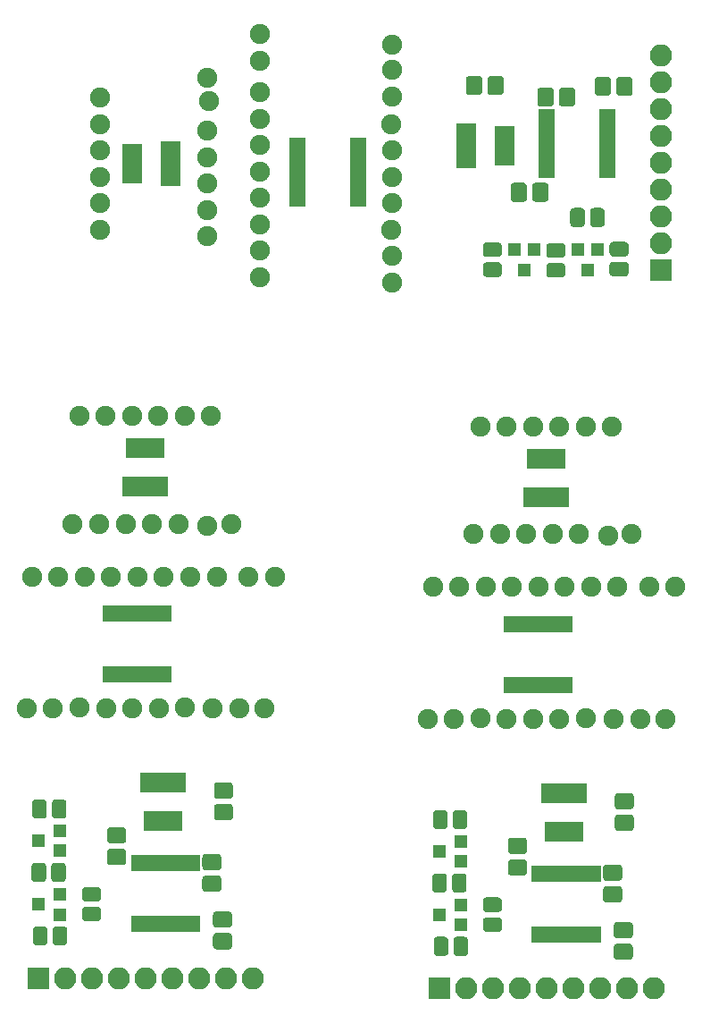
<source format=gts>
%MOIN*%
%OFA0B0*%
%FSLAX46Y46*%
%IPPOS*%
%LPD*%
%ADD10R,0.031496062992125991X0.062992125984251982*%
%ADD11R,0.027559055118110236X0.074803149606299218*%
%ADD12C,0.074803149606299218*%
%ADD13C,0.0039370078740157488*%
%ADD14C,0.0610236220472441*%
%ADD15C,0.054133858267716536*%
%ADD16R,0.082677165354330714X0.082677165354330714*%
%ADD17O,0.082677165354330714X0.082677165354330714*%
%ADD18R,0.051181102362204731X0.047244094488188976*%
%ADD29R,0.031496062992125991X0.062992125984251982*%
%ADD30R,0.027559055118110236X0.074803149606299218*%
%ADD31C,0.074803149606299218*%
%ADD32C,0.0039370078740157488*%
%ADD33C,0.0610236220472441*%
%ADD34C,0.054133858267716536*%
%ADD35R,0.082677165354330714X0.082677165354330714*%
%ADD36O,0.082677165354330714X0.082677165354330714*%
%ADD37R,0.051181102362204731X0.047244094488188976*%
%ADD38R,0.062992125984251982X0.031496062992125991*%
%ADD39R,0.074803149606299218X0.027559055118110236*%
%ADD40C,0.074803149606299218*%
%ADD41C,0.0039370078740157488*%
%ADD42C,0.0610236220472441*%
%ADD43C,0.054133858267716536*%
%ADD44R,0.082677165354330714X0.082677165354330714*%
%ADD45O,0.082677165354330714X0.082677165354330714*%
%ADD46R,0.047244094488188976X0.051181102362204731*%
G01*
D10*
X-0004094488Y0004055118D02*
X0000796515Y0001477263D03*
X0000770925Y0001477263D03*
X0000745334Y0001477263D03*
X0000719744Y0001477263D03*
X0000694153Y0001477263D03*
X0000668562Y0001477263D03*
X0000642972Y0001477263D03*
X0000617381Y0001477263D03*
X0000591791Y0001477263D03*
X0000566200Y0001477263D03*
X0000566200Y0001248917D03*
X0000591791Y0001248917D03*
X0000617381Y0001248917D03*
X0000642972Y0001248917D03*
X0000668562Y0001248917D03*
X0000694153Y0001248917D03*
X0000719744Y0001248917D03*
X0000745334Y0001248917D03*
X0000770925Y0001248917D03*
X0000796515Y0001248917D03*
D11*
X0000641541Y0001949387D03*
X0000665163Y0001949387D03*
X0000688785Y0001949387D03*
X0000712407Y0001949387D03*
X0000736029Y0001949387D03*
X0000759651Y0001949387D03*
X0000783273Y0001949387D03*
X0000653352Y0002093088D03*
X0000676974Y0002093088D03*
X0000700596Y0002093088D03*
X0000724218Y0002093088D03*
X0000747840Y0002093088D03*
X0000771462Y0002093088D03*
D12*
X0000762047Y0001122637D03*
X0000388031Y0001614763D03*
X0000584881Y0001614763D03*
X0000289606Y0001614763D03*
X0000269921Y0001122637D03*
X0001155747Y0001122637D03*
X0000963346Y0001122637D03*
X0001096692Y0001614763D03*
X0000663622Y0001122637D03*
X0000565196Y0001122637D03*
X0000466771Y0001126712D03*
X0000368346Y0001122637D03*
X0000683307Y0001614763D03*
X0000781732Y0001614763D03*
X0000860472Y0001126712D03*
X0000486456Y0001614763D03*
X0001032250Y0001811435D03*
X0000978582Y0001614763D03*
X0000958195Y0002213561D03*
X0000859769Y0002213561D03*
X0000761344Y0002213561D03*
X0000662919Y0002213561D03*
X0001063740Y0001122637D03*
X0000880157Y0001614763D03*
X0000944021Y0001804368D03*
X0000835399Y0001811435D03*
X0000736974Y0001811435D03*
X0000638549Y0001811435D03*
X0000540124Y0001811435D03*
X0000441698Y0001811435D03*
X0000564494Y0002213561D03*
X0001195118Y0001614763D03*
X0000466069Y0002213561D03*
D11*
X0000719330Y0000702440D03*
X0000742952Y0000702440D03*
X0000766574Y0000702440D03*
X0000790196Y0000702440D03*
X0000813818Y0000702440D03*
X0000837440Y0000702440D03*
X0000707519Y0000846141D03*
X0000731141Y0000846141D03*
X0000754763Y0000846141D03*
X0000778385Y0000846141D03*
X0000802007Y0000846141D03*
X0000825629Y0000846141D03*
X0000849251Y0000846141D03*
D13*
G36*
X0001023979Y0000366274D02*
X0001025266Y0000366083D01*
X0001026529Y0000365767D01*
X0001027755Y0000365328D01*
X0001028932Y0000364772D01*
X0001030049Y0000364102D01*
X0001031094Y0000363327D01*
X0001032059Y0000362453D01*
X0001032933Y0000361488D01*
X0001033709Y0000360442D01*
X0001034378Y0000359326D01*
X0001034935Y0000358149D01*
X0001035373Y0000356923D01*
X0001035689Y0000355660D01*
X0001035880Y0000354372D01*
X0001035944Y0000353072D01*
X0001035944Y0000318580D01*
X0001035880Y0000317280D01*
X0001035689Y0000315992D01*
X0001035373Y0000314730D01*
X0001034935Y0000313504D01*
X0001034378Y0000312327D01*
X0001033709Y0000311210D01*
X0001032933Y0000310165D01*
X0001032059Y0000309200D01*
X0001031094Y0000308326D01*
X0001030049Y0000307550D01*
X0001028932Y0000306881D01*
X0001027755Y0000306324D01*
X0001026529Y0000305886D01*
X0001025266Y0000305569D01*
X0001023979Y0000305378D01*
X0001022678Y0000305314D01*
X0000978344Y0000305314D01*
X0000977044Y0000305378D01*
X0000975756Y0000305569D01*
X0000974493Y0000305886D01*
X0000973268Y0000306324D01*
X0000972091Y0000306881D01*
X0000970974Y0000307550D01*
X0000969928Y0000308326D01*
X0000968964Y0000309200D01*
X0000968089Y0000310165D01*
X0000967314Y0000311210D01*
X0000966645Y0000312327D01*
X0000966088Y0000313504D01*
X0000965649Y0000314730D01*
X0000965333Y0000315992D01*
X0000965142Y0000317280D01*
X0000965078Y0000318580D01*
X0000965078Y0000353072D01*
X0000965142Y0000354372D01*
X0000965333Y0000355660D01*
X0000965649Y0000356923D01*
X0000966088Y0000358149D01*
X0000966645Y0000359326D01*
X0000967314Y0000360442D01*
X0000968089Y0000361488D01*
X0000968964Y0000362453D01*
X0000969928Y0000363327D01*
X0000970974Y0000364102D01*
X0000972091Y0000364772D01*
X0000973268Y0000365328D01*
X0000974493Y0000365767D01*
X0000975756Y0000366083D01*
X0000977044Y0000366274D01*
X0000978344Y0000366338D01*
X0001022678Y0000366338D01*
X0001023979Y0000366274D01*
X0001023979Y0000366274D01*
G37*
D14*
X0001000511Y0000335826D03*
D13*
G36*
X0001023979Y0000285566D02*
X0001025266Y0000285375D01*
X0001026529Y0000285058D01*
X0001027755Y0000284620D01*
X0001028932Y0000284063D01*
X0001030049Y0000283394D01*
X0001031094Y0000282618D01*
X0001032059Y0000281744D01*
X0001032933Y0000280779D01*
X0001033709Y0000279734D01*
X0001034378Y0000278617D01*
X0001034935Y0000277440D01*
X0001035373Y0000276214D01*
X0001035689Y0000274951D01*
X0001035880Y0000273664D01*
X0001035944Y0000272363D01*
X0001035944Y0000237872D01*
X0001035880Y0000236571D01*
X0001035689Y0000235284D01*
X0001035373Y0000234021D01*
X0001034935Y0000232795D01*
X0001034378Y0000231618D01*
X0001033709Y0000230502D01*
X0001032933Y0000229456D01*
X0001032059Y0000228491D01*
X0001031094Y0000227617D01*
X0001030049Y0000226841D01*
X0001028932Y0000226172D01*
X0001027755Y0000225616D01*
X0001026529Y0000225177D01*
X0001025266Y0000224861D01*
X0001023979Y0000224670D01*
X0001022678Y0000224606D01*
X0000978344Y0000224606D01*
X0000977044Y0000224670D01*
X0000975756Y0000224861D01*
X0000974493Y0000225177D01*
X0000973268Y0000225616D01*
X0000972091Y0000226172D01*
X0000970974Y0000226841D01*
X0000969928Y0000227617D01*
X0000968964Y0000228491D01*
X0000968089Y0000229456D01*
X0000967314Y0000230502D01*
X0000966645Y0000231618D01*
X0000966088Y0000232795D01*
X0000965649Y0000234021D01*
X0000965333Y0000235284D01*
X0000965142Y0000236571D01*
X0000965078Y0000237872D01*
X0000965078Y0000272363D01*
X0000965142Y0000273664D01*
X0000965333Y0000274951D01*
X0000965649Y0000276214D01*
X0000966088Y0000277440D01*
X0000966645Y0000278617D01*
X0000967314Y0000279734D01*
X0000968089Y0000280779D01*
X0000968964Y0000281744D01*
X0000969928Y0000282618D01*
X0000970974Y0000283394D01*
X0000972091Y0000284063D01*
X0000973268Y0000284620D01*
X0000974493Y0000285058D01*
X0000975756Y0000285375D01*
X0000977044Y0000285566D01*
X0000978344Y0000285629D01*
X0001022678Y0000285629D01*
X0001023979Y0000285566D01*
X0001023979Y0000285566D01*
G37*
D14*
X0001000511Y0000255118D03*
D13*
G36*
X0000983979Y0000580565D02*
X0000985266Y0000580374D01*
X0000986529Y0000580058D01*
X0000987755Y0000579620D01*
X0000988932Y0000579063D01*
X0000990049Y0000578394D01*
X0000991094Y0000577618D01*
X0000992059Y0000576744D01*
X0000992933Y0000575779D01*
X0000993709Y0000574734D01*
X0000994378Y0000573617D01*
X0000994935Y0000572440D01*
X0000995373Y0000571214D01*
X0000995689Y0000569952D01*
X0000995880Y0000568664D01*
X0000995944Y0000567363D01*
X0000995944Y0000532872D01*
X0000995880Y0000531572D01*
X0000995689Y0000530284D01*
X0000995373Y0000529021D01*
X0000994935Y0000527795D01*
X0000994378Y0000526618D01*
X0000993709Y0000525502D01*
X0000992933Y0000524456D01*
X0000992059Y0000523491D01*
X0000991094Y0000522617D01*
X0000990049Y0000521841D01*
X0000988932Y0000521172D01*
X0000987755Y0000520616D01*
X0000986529Y0000520177D01*
X0000985266Y0000519861D01*
X0000983979Y0000519670D01*
X0000982678Y0000519606D01*
X0000938344Y0000519606D01*
X0000937044Y0000519670D01*
X0000935756Y0000519861D01*
X0000934493Y0000520177D01*
X0000933268Y0000520616D01*
X0000932091Y0000521172D01*
X0000930974Y0000521841D01*
X0000929928Y0000522617D01*
X0000928964Y0000523491D01*
X0000928089Y0000524456D01*
X0000927314Y0000525502D01*
X0000926645Y0000526618D01*
X0000926088Y0000527795D01*
X0000925649Y0000529021D01*
X0000925333Y0000530284D01*
X0000925142Y0000531572D01*
X0000925078Y0000532872D01*
X0000925078Y0000567363D01*
X0000925142Y0000568664D01*
X0000925333Y0000569952D01*
X0000925649Y0000571214D01*
X0000926088Y0000572440D01*
X0000926645Y0000573617D01*
X0000927314Y0000574734D01*
X0000928089Y0000575779D01*
X0000928964Y0000576744D01*
X0000929928Y0000577618D01*
X0000930974Y0000578394D01*
X0000932091Y0000579063D01*
X0000933268Y0000579620D01*
X0000934493Y0000580058D01*
X0000935756Y0000580374D01*
X0000937044Y0000580565D01*
X0000938344Y0000580629D01*
X0000982678Y0000580629D01*
X0000983979Y0000580565D01*
X0000983979Y0000580565D01*
G37*
D14*
X0000960511Y0000550118D03*
D13*
G36*
X0000983979Y0000499857D02*
X0000985266Y0000499666D01*
X0000986529Y0000499350D01*
X0000987755Y0000498911D01*
X0000988932Y0000498354D01*
X0000990049Y0000497685D01*
X0000991094Y0000496910D01*
X0000992059Y0000496035D01*
X0000992933Y0000495071D01*
X0000993709Y0000494025D01*
X0000994378Y0000492908D01*
X0000994935Y0000491731D01*
X0000995373Y0000490506D01*
X0000995689Y0000489243D01*
X0000995880Y0000487955D01*
X0000995944Y0000486655D01*
X0000995944Y0000452163D01*
X0000995880Y0000450863D01*
X0000995689Y0000449575D01*
X0000995373Y0000448312D01*
X0000994935Y0000447086D01*
X0000994378Y0000445910D01*
X0000993709Y0000444793D01*
X0000992933Y0000443747D01*
X0000992059Y0000442783D01*
X0000991094Y0000441908D01*
X0000990049Y0000441133D01*
X0000988932Y0000440464D01*
X0000987755Y0000439907D01*
X0000986529Y0000439468D01*
X0000985266Y0000439152D01*
X0000983979Y0000438961D01*
X0000982678Y0000438897D01*
X0000938344Y0000438897D01*
X0000937044Y0000438961D01*
X0000935756Y0000439152D01*
X0000934493Y0000439468D01*
X0000933268Y0000439907D01*
X0000932091Y0000440464D01*
X0000930974Y0000441133D01*
X0000929928Y0000441908D01*
X0000928964Y0000442783D01*
X0000928089Y0000443747D01*
X0000927314Y0000444793D01*
X0000926645Y0000445910D01*
X0000926088Y0000447086D01*
X0000925649Y0000448312D01*
X0000925333Y0000449575D01*
X0000925142Y0000450863D01*
X0000925078Y0000452163D01*
X0000925078Y0000486655D01*
X0000925142Y0000487955D01*
X0000925333Y0000489243D01*
X0000925649Y0000490506D01*
X0000926088Y0000491731D01*
X0000926645Y0000492908D01*
X0000927314Y0000494025D01*
X0000928089Y0000495071D01*
X0000928964Y0000496035D01*
X0000929928Y0000496910D01*
X0000930974Y0000497685D01*
X0000932091Y0000498354D01*
X0000933268Y0000498911D01*
X0000934493Y0000499350D01*
X0000935756Y0000499666D01*
X0000937044Y0000499857D01*
X0000938344Y0000499921D01*
X0000982678Y0000499921D01*
X0000983979Y0000499857D01*
X0000983979Y0000499857D01*
G37*
D14*
X0000960511Y0000469409D03*
D13*
G36*
X0000628979Y0000680566D02*
X0000630266Y0000680375D01*
X0000631529Y0000680058D01*
X0000632755Y0000679620D01*
X0000633932Y0000679063D01*
X0000635049Y0000678394D01*
X0000636094Y0000677618D01*
X0000637059Y0000676744D01*
X0000637933Y0000675779D01*
X0000638709Y0000674734D01*
X0000639378Y0000673617D01*
X0000639935Y0000672440D01*
X0000640373Y0000671214D01*
X0000640689Y0000669951D01*
X0000640880Y0000668664D01*
X0000640944Y0000667363D01*
X0000640944Y0000632872D01*
X0000640880Y0000631571D01*
X0000640689Y0000630284D01*
X0000640373Y0000629021D01*
X0000639935Y0000627795D01*
X0000639378Y0000626618D01*
X0000638709Y0000625502D01*
X0000637933Y0000624456D01*
X0000637059Y0000623491D01*
X0000636094Y0000622617D01*
X0000635049Y0000621842D01*
X0000633932Y0000621172D01*
X0000632755Y0000620616D01*
X0000631529Y0000620177D01*
X0000630266Y0000619861D01*
X0000628979Y0000619670D01*
X0000627678Y0000619606D01*
X0000583344Y0000619606D01*
X0000582044Y0000619670D01*
X0000580756Y0000619861D01*
X0000579493Y0000620177D01*
X0000578268Y0000620616D01*
X0000577091Y0000621172D01*
X0000575974Y0000621842D01*
X0000574928Y0000622617D01*
X0000573964Y0000623491D01*
X0000573089Y0000624456D01*
X0000572314Y0000625502D01*
X0000571645Y0000626618D01*
X0000571088Y0000627795D01*
X0000570649Y0000629021D01*
X0000570333Y0000630284D01*
X0000570142Y0000631571D01*
X0000570078Y0000632872D01*
X0000570078Y0000667363D01*
X0000570142Y0000668664D01*
X0000570333Y0000669951D01*
X0000570649Y0000671214D01*
X0000571088Y0000672440D01*
X0000571645Y0000673617D01*
X0000572314Y0000674734D01*
X0000573089Y0000675779D01*
X0000573964Y0000676744D01*
X0000574928Y0000677618D01*
X0000575974Y0000678394D01*
X0000577091Y0000679063D01*
X0000578268Y0000679620D01*
X0000579493Y0000680058D01*
X0000580756Y0000680375D01*
X0000582044Y0000680566D01*
X0000583344Y0000680629D01*
X0000627678Y0000680629D01*
X0000628979Y0000680566D01*
X0000628979Y0000680566D01*
G37*
D14*
X0000605511Y0000650118D03*
D13*
G36*
X0000628979Y0000599857D02*
X0000630266Y0000599666D01*
X0000631529Y0000599350D01*
X0000632755Y0000598911D01*
X0000633932Y0000598354D01*
X0000635049Y0000597685D01*
X0000636094Y0000596910D01*
X0000637059Y0000596035D01*
X0000637933Y0000595071D01*
X0000638709Y0000594025D01*
X0000639378Y0000592908D01*
X0000639935Y0000591731D01*
X0000640373Y0000590506D01*
X0000640689Y0000589243D01*
X0000640880Y0000587955D01*
X0000640944Y0000586655D01*
X0000640944Y0000552163D01*
X0000640880Y0000550863D01*
X0000640689Y0000549575D01*
X0000640373Y0000548312D01*
X0000639935Y0000547086D01*
X0000639378Y0000545910D01*
X0000638709Y0000544793D01*
X0000637933Y0000543747D01*
X0000637059Y0000542783D01*
X0000636094Y0000541908D01*
X0000635049Y0000541133D01*
X0000633932Y0000540464D01*
X0000632755Y0000539907D01*
X0000631529Y0000539468D01*
X0000630266Y0000539152D01*
X0000628979Y0000538961D01*
X0000627678Y0000538897D01*
X0000583344Y0000538897D01*
X0000582044Y0000538961D01*
X0000580756Y0000539152D01*
X0000579493Y0000539468D01*
X0000578268Y0000539907D01*
X0000577091Y0000540464D01*
X0000575974Y0000541133D01*
X0000574928Y0000541908D01*
X0000573964Y0000542783D01*
X0000573089Y0000543747D01*
X0000572314Y0000544793D01*
X0000571645Y0000545910D01*
X0000571088Y0000547086D01*
X0000570649Y0000548312D01*
X0000570333Y0000549575D01*
X0000570142Y0000550863D01*
X0000570078Y0000552163D01*
X0000570078Y0000586655D01*
X0000570142Y0000587955D01*
X0000570333Y0000589243D01*
X0000570649Y0000590506D01*
X0000571088Y0000591731D01*
X0000571645Y0000592908D01*
X0000572314Y0000594025D01*
X0000573089Y0000595071D01*
X0000573964Y0000596035D01*
X0000574928Y0000596910D01*
X0000575974Y0000597685D01*
X0000577091Y0000598354D01*
X0000578268Y0000598911D01*
X0000579493Y0000599350D01*
X0000580756Y0000599666D01*
X0000582044Y0000599857D01*
X0000583344Y0000599921D01*
X0000627678Y0000599921D01*
X0000628979Y0000599857D01*
X0000628979Y0000599857D01*
G37*
D14*
X0000605511Y0000569409D03*
D10*
X0000902559Y0000547244D03*
X0000876968Y0000547244D03*
X0000851377Y0000547244D03*
X0000825787Y0000547244D03*
X0000800196Y0000547244D03*
X0000774606Y0000547244D03*
X0000749015Y0000547244D03*
X0000723425Y0000547244D03*
X0000697834Y0000547244D03*
X0000672244Y0000547244D03*
X0000672244Y0000318897D03*
X0000697834Y0000318897D03*
X0000723425Y0000318897D03*
X0000749015Y0000318897D03*
X0000774606Y0000318897D03*
X0000800196Y0000318897D03*
X0000825787Y0000318897D03*
X0000851377Y0000318897D03*
X0000876968Y0000318897D03*
X0000902559Y0000318897D03*
D13*
G36*
X0001027404Y0000847377D02*
X0001028692Y0000847185D01*
X0001029954Y0000846869D01*
X0001031180Y0000846431D01*
X0001032357Y0000845874D01*
X0001033474Y0000845205D01*
X0001034519Y0000844429D01*
X0001035484Y0000843555D01*
X0001036358Y0000842590D01*
X0001037134Y0000841545D01*
X0001037803Y0000840428D01*
X0001038360Y0000839251D01*
X0001038798Y0000838025D01*
X0001039115Y0000836763D01*
X0001039306Y0000835475D01*
X0001039370Y0000834174D01*
X0001039370Y0000799683D01*
X0001039306Y0000798383D01*
X0001039115Y0000797095D01*
X0001038798Y0000795832D01*
X0001038360Y0000794606D01*
X0001037803Y0000793429D01*
X0001037134Y0000792313D01*
X0001036358Y0000791267D01*
X0001035484Y0000790302D01*
X0001034519Y0000789428D01*
X0001033474Y0000788652D01*
X0001032357Y0000787983D01*
X0001031180Y0000787427D01*
X0001029954Y0000786988D01*
X0001028692Y0000786672D01*
X0001027404Y0000786481D01*
X0001026104Y0000786417D01*
X0000981769Y0000786417D01*
X0000980469Y0000786481D01*
X0000979181Y0000786672D01*
X0000977919Y0000786988D01*
X0000976693Y0000787427D01*
X0000975516Y0000787983D01*
X0000974399Y0000788652D01*
X0000973354Y0000789428D01*
X0000972389Y0000790302D01*
X0000971515Y0000791267D01*
X0000970739Y0000792313D01*
X0000970070Y0000793429D01*
X0000969513Y0000794606D01*
X0000969075Y0000795832D01*
X0000968758Y0000797095D01*
X0000968567Y0000798383D01*
X0000968503Y0000799683D01*
X0000968503Y0000834174D01*
X0000968567Y0000835475D01*
X0000968758Y0000836763D01*
X0000969075Y0000838025D01*
X0000969513Y0000839251D01*
X0000970070Y0000840428D01*
X0000970739Y0000841545D01*
X0000971515Y0000842590D01*
X0000972389Y0000843555D01*
X0000973354Y0000844429D01*
X0000974399Y0000845205D01*
X0000975516Y0000845874D01*
X0000976693Y0000846431D01*
X0000977919Y0000846869D01*
X0000979181Y0000847185D01*
X0000980469Y0000847377D01*
X0000981769Y0000847440D01*
X0001026104Y0000847440D01*
X0001027404Y0000847377D01*
X0001027404Y0000847377D01*
G37*
D14*
X0001003937Y0000816929D03*
D13*
G36*
X0001027404Y0000766668D02*
X0001028692Y0000766477D01*
X0001029954Y0000766161D01*
X0001031180Y0000765722D01*
X0001032357Y0000765165D01*
X0001033474Y0000764496D01*
X0001034519Y0000763721D01*
X0001035484Y0000762846D01*
X0001036358Y0000761882D01*
X0001037134Y0000760836D01*
X0001037803Y0000759719D01*
X0001038360Y0000758542D01*
X0001038798Y0000757317D01*
X0001039115Y0000756054D01*
X0001039306Y0000754766D01*
X0001039370Y0000753466D01*
X0001039370Y0000718974D01*
X0001039306Y0000717674D01*
X0001039115Y0000716386D01*
X0001038798Y0000715123D01*
X0001038360Y0000713897D01*
X0001037803Y0000712721D01*
X0001037134Y0000711604D01*
X0001036358Y0000710558D01*
X0001035484Y0000709594D01*
X0001034519Y0000708719D01*
X0001033474Y0000707944D01*
X0001032357Y0000707275D01*
X0001031180Y0000706718D01*
X0001029954Y0000706279D01*
X0001028692Y0000705963D01*
X0001027404Y0000705772D01*
X0001026104Y0000705708D01*
X0000981769Y0000705708D01*
X0000980469Y0000705772D01*
X0000979181Y0000705963D01*
X0000977919Y0000706279D01*
X0000976693Y0000706718D01*
X0000975516Y0000707275D01*
X0000974399Y0000707944D01*
X0000973354Y0000708719D01*
X0000972389Y0000709594D01*
X0000971515Y0000710558D01*
X0000970739Y0000711604D01*
X0000970070Y0000712721D01*
X0000969513Y0000713897D01*
X0000969075Y0000715123D01*
X0000968758Y0000716386D01*
X0000968567Y0000717674D01*
X0000968503Y0000718974D01*
X0000968503Y0000753466D01*
X0000968567Y0000754766D01*
X0000968758Y0000756054D01*
X0000969075Y0000757317D01*
X0000969513Y0000758542D01*
X0000970070Y0000759719D01*
X0000970739Y0000760836D01*
X0000971515Y0000761882D01*
X0000972389Y0000762846D01*
X0000973354Y0000763721D01*
X0000974399Y0000764496D01*
X0000975516Y0000765165D01*
X0000976693Y0000765722D01*
X0000977919Y0000766161D01*
X0000979181Y0000766477D01*
X0000980469Y0000766668D01*
X0000981769Y0000766732D01*
X0001026104Y0000766732D01*
X0001027404Y0000766668D01*
X0001027404Y0000766668D01*
G37*
D14*
X0001003937Y0000736220D03*
D13*
G36*
X0000332281Y0000783399D02*
X0000333594Y0000783204D01*
X0000334883Y0000782881D01*
X0000336133Y0000782434D01*
X0000337334Y0000781866D01*
X0000338473Y0000781183D01*
X0000339540Y0000780392D01*
X0000340524Y0000779500D01*
X0000341416Y0000778516D01*
X0000342207Y0000777449D01*
X0000342890Y0000776310D01*
X0000343457Y0000775110D01*
X0000343905Y0000773859D01*
X0000344228Y0000772571D01*
X0000344423Y0000771257D01*
X0000344488Y0000769931D01*
X0000344488Y0000726131D01*
X0000344423Y0000724805D01*
X0000344228Y0000723491D01*
X0000343905Y0000722203D01*
X0000343457Y0000720952D01*
X0000342890Y0000719752D01*
X0000342207Y0000718613D01*
X0000341416Y0000717546D01*
X0000340524Y0000716562D01*
X0000339540Y0000715670D01*
X0000338473Y0000714879D01*
X0000337334Y0000714196D01*
X0000336133Y0000713628D01*
X0000334883Y0000713181D01*
X0000333594Y0000712858D01*
X0000332281Y0000712663D01*
X0000330954Y0000712598D01*
X0000303887Y0000712598D01*
X0000302561Y0000712663D01*
X0000301247Y0000712858D01*
X0000299959Y0000713181D01*
X0000298708Y0000713628D01*
X0000297508Y0000714196D01*
X0000296368Y0000714879D01*
X0000295302Y0000715670D01*
X0000294318Y0000716562D01*
X0000293426Y0000717546D01*
X0000292635Y0000718613D01*
X0000291952Y0000719752D01*
X0000291384Y0000720952D01*
X0000290937Y0000722203D01*
X0000290614Y0000723491D01*
X0000290419Y0000724805D01*
X0000290354Y0000726131D01*
X0000290354Y0000769931D01*
X0000290419Y0000771257D01*
X0000290614Y0000772571D01*
X0000290937Y0000773859D01*
X0000291384Y0000775110D01*
X0000291952Y0000776310D01*
X0000292635Y0000777449D01*
X0000293426Y0000778516D01*
X0000294318Y0000779500D01*
X0000295302Y0000780392D01*
X0000296368Y0000781183D01*
X0000297508Y0000781866D01*
X0000298708Y0000782434D01*
X0000299959Y0000782881D01*
X0000301247Y0000783204D01*
X0000302561Y0000783399D01*
X0000303887Y0000783464D01*
X0000330954Y0000783464D01*
X0000332281Y0000783399D01*
X0000332281Y0000783399D01*
G37*
D15*
X0000317421Y0000748031D03*
D13*
G36*
X0000406100Y0000783399D02*
X0000407413Y0000783204D01*
X0000408702Y0000782881D01*
X0000409952Y0000782434D01*
X0000411153Y0000781866D01*
X0000412292Y0000781183D01*
X0000413359Y0000780392D01*
X0000414343Y0000779500D01*
X0000415235Y0000778516D01*
X0000416026Y0000777449D01*
X0000416709Y0000776310D01*
X0000417276Y0000775110D01*
X0000417724Y0000773859D01*
X0000418047Y0000772571D01*
X0000418241Y0000771257D01*
X0000418307Y0000769931D01*
X0000418307Y0000726131D01*
X0000418241Y0000724805D01*
X0000418047Y0000723491D01*
X0000417724Y0000722203D01*
X0000417276Y0000720952D01*
X0000416709Y0000719752D01*
X0000416026Y0000718613D01*
X0000415235Y0000717546D01*
X0000414343Y0000716562D01*
X0000413359Y0000715670D01*
X0000412292Y0000714879D01*
X0000411153Y0000714196D01*
X0000409952Y0000713628D01*
X0000408702Y0000713181D01*
X0000407413Y0000712858D01*
X0000406100Y0000712663D01*
X0000404773Y0000712598D01*
X0000377706Y0000712598D01*
X0000376380Y0000712663D01*
X0000375066Y0000712858D01*
X0000373778Y0000713181D01*
X0000372527Y0000713628D01*
X0000371327Y0000714196D01*
X0000370187Y0000714879D01*
X0000369121Y0000715670D01*
X0000368137Y0000716562D01*
X0000367245Y0000717546D01*
X0000366453Y0000718613D01*
X0000365771Y0000719752D01*
X0000365203Y0000720952D01*
X0000364755Y0000722203D01*
X0000364433Y0000723491D01*
X0000364238Y0000724805D01*
X0000364173Y0000726131D01*
X0000364173Y0000769931D01*
X0000364238Y0000771257D01*
X0000364433Y0000772571D01*
X0000364755Y0000773859D01*
X0000365203Y0000775110D01*
X0000365771Y0000776310D01*
X0000366453Y0000777449D01*
X0000367245Y0000778516D01*
X0000368137Y0000779500D01*
X0000369121Y0000780392D01*
X0000370187Y0000781183D01*
X0000371327Y0000781866D01*
X0000372527Y0000782434D01*
X0000373778Y0000782881D01*
X0000375066Y0000783204D01*
X0000376380Y0000783399D01*
X0000377706Y0000783464D01*
X0000404773Y0000783464D01*
X0000406100Y0000783399D01*
X0000406100Y0000783399D01*
G37*
D15*
X0000391240Y0000748031D03*
D13*
G36*
X0000329623Y0000547178D02*
X0000330937Y0000546984D01*
X0000332225Y0000546661D01*
X0000333476Y0000546213D01*
X0000334676Y0000545646D01*
X0000335815Y0000544963D01*
X0000336882Y0000544172D01*
X0000337866Y0000543280D01*
X0000338758Y0000542296D01*
X0000339549Y0000541229D01*
X0000340232Y0000540090D01*
X0000340800Y0000538889D01*
X0000341247Y0000537639D01*
X0000341570Y0000536350D01*
X0000341765Y0000535037D01*
X0000341830Y0000533710D01*
X0000341830Y0000489911D01*
X0000341765Y0000488584D01*
X0000341570Y0000487271D01*
X0000341247Y0000485982D01*
X0000340800Y0000484732D01*
X0000340232Y0000483531D01*
X0000339549Y0000482392D01*
X0000338758Y0000481325D01*
X0000337866Y0000480341D01*
X0000336882Y0000479449D01*
X0000335815Y0000478658D01*
X0000334676Y0000477975D01*
X0000333476Y0000477408D01*
X0000332225Y0000476960D01*
X0000330937Y0000476637D01*
X0000329623Y0000476443D01*
X0000328297Y0000476377D01*
X0000301230Y0000476377D01*
X0000299903Y0000476443D01*
X0000298590Y0000476637D01*
X0000297301Y0000476960D01*
X0000296051Y0000477408D01*
X0000294850Y0000477975D01*
X0000293711Y0000478658D01*
X0000292644Y0000479449D01*
X0000291660Y0000480341D01*
X0000290768Y0000481325D01*
X0000289977Y0000482392D01*
X0000289294Y0000483531D01*
X0000288726Y0000484732D01*
X0000288279Y0000485982D01*
X0000287956Y0000487271D01*
X0000287762Y0000488584D01*
X0000287696Y0000489911D01*
X0000287696Y0000533710D01*
X0000287762Y0000535037D01*
X0000287956Y0000536350D01*
X0000288279Y0000537639D01*
X0000288726Y0000538889D01*
X0000289294Y0000540090D01*
X0000289977Y0000541229D01*
X0000290768Y0000542296D01*
X0000291660Y0000543280D01*
X0000292644Y0000544172D01*
X0000293711Y0000544963D01*
X0000294850Y0000545646D01*
X0000296051Y0000546213D01*
X0000297301Y0000546661D01*
X0000298590Y0000546984D01*
X0000299903Y0000547178D01*
X0000301230Y0000547244D01*
X0000328297Y0000547244D01*
X0000329623Y0000547178D01*
X0000329623Y0000547178D01*
G37*
D15*
X0000314763Y0000511811D03*
D13*
G36*
X0000403442Y0000547178D02*
X0000404756Y0000546984D01*
X0000406044Y0000546661D01*
X0000407295Y0000546213D01*
X0000408495Y0000545646D01*
X0000409634Y0000544963D01*
X0000410701Y0000544172D01*
X0000411685Y0000543280D01*
X0000412577Y0000542296D01*
X0000413368Y0000541229D01*
X0000414051Y0000540090D01*
X0000414619Y0000538889D01*
X0000415066Y0000537639D01*
X0000415389Y0000536350D01*
X0000415584Y0000535037D01*
X0000415649Y0000533710D01*
X0000415649Y0000489911D01*
X0000415584Y0000488584D01*
X0000415389Y0000487271D01*
X0000415066Y0000485982D01*
X0000414619Y0000484732D01*
X0000414051Y0000483531D01*
X0000413368Y0000482392D01*
X0000412577Y0000481325D01*
X0000411685Y0000480341D01*
X0000410701Y0000479449D01*
X0000409634Y0000478658D01*
X0000408495Y0000477975D01*
X0000407295Y0000477408D01*
X0000406044Y0000476960D01*
X0000404756Y0000476637D01*
X0000403442Y0000476443D01*
X0000402116Y0000476377D01*
X0000375049Y0000476377D01*
X0000373722Y0000476443D01*
X0000372408Y0000476637D01*
X0000371120Y0000476960D01*
X0000369870Y0000477408D01*
X0000368669Y0000477975D01*
X0000367530Y0000478658D01*
X0000366463Y0000479449D01*
X0000365479Y0000480341D01*
X0000364587Y0000481325D01*
X0000363796Y0000482392D01*
X0000363113Y0000483531D01*
X0000362545Y0000484732D01*
X0000362098Y0000485982D01*
X0000361775Y0000487271D01*
X0000361580Y0000488584D01*
X0000361515Y0000489911D01*
X0000361515Y0000533710D01*
X0000361580Y0000535037D01*
X0000361775Y0000536350D01*
X0000362098Y0000537639D01*
X0000362545Y0000538889D01*
X0000363113Y0000540090D01*
X0000363796Y0000541229D01*
X0000364587Y0000542296D01*
X0000365479Y0000543280D01*
X0000366463Y0000544172D01*
X0000367530Y0000544963D01*
X0000368669Y0000545646D01*
X0000369870Y0000546213D01*
X0000371120Y0000546661D01*
X0000372408Y0000546984D01*
X0000373722Y0000547178D01*
X0000375049Y0000547244D01*
X0000402116Y0000547244D01*
X0000403442Y0000547178D01*
X0000403442Y0000547178D01*
G37*
D15*
X0000388582Y0000511811D03*
D13*
G36*
X0000535037Y0000383793D02*
X0000536350Y0000383598D01*
X0000537639Y0000383275D01*
X0000538889Y0000382828D01*
X0000540090Y0000382260D01*
X0000541229Y0000381577D01*
X0000542296Y0000380786D01*
X0000543280Y0000379894D01*
X0000544172Y0000378910D01*
X0000544963Y0000377843D01*
X0000545646Y0000376704D01*
X0000546213Y0000375503D01*
X0000546661Y0000374253D01*
X0000546984Y0000372965D01*
X0000547178Y0000371651D01*
X0000547244Y0000370324D01*
X0000547244Y0000343257D01*
X0000547178Y0000341931D01*
X0000546984Y0000340617D01*
X0000546661Y0000339329D01*
X0000546213Y0000338078D01*
X0000545646Y0000336878D01*
X0000544963Y0000335739D01*
X0000544172Y0000334672D01*
X0000543280Y0000333688D01*
X0000542296Y0000332796D01*
X0000541229Y0000332005D01*
X0000540090Y0000331322D01*
X0000538889Y0000330754D01*
X0000537639Y0000330307D01*
X0000536350Y0000329984D01*
X0000535037Y0000329789D01*
X0000533710Y0000329724D01*
X0000489911Y0000329724D01*
X0000488584Y0000329789D01*
X0000487271Y0000329984D01*
X0000485982Y0000330307D01*
X0000484732Y0000330754D01*
X0000483531Y0000331322D01*
X0000482392Y0000332005D01*
X0000481325Y0000332796D01*
X0000480341Y0000333688D01*
X0000479449Y0000334672D01*
X0000478658Y0000335739D01*
X0000477975Y0000336878D01*
X0000477408Y0000338078D01*
X0000476960Y0000339329D01*
X0000476637Y0000340617D01*
X0000476443Y0000341931D01*
X0000476377Y0000343257D01*
X0000476377Y0000370324D01*
X0000476443Y0000371651D01*
X0000476637Y0000372965D01*
X0000476960Y0000374253D01*
X0000477408Y0000375503D01*
X0000477975Y0000376704D01*
X0000478658Y0000377843D01*
X0000479449Y0000378910D01*
X0000480341Y0000379894D01*
X0000481325Y0000380786D01*
X0000482392Y0000381577D01*
X0000483531Y0000382260D01*
X0000484732Y0000382828D01*
X0000485982Y0000383275D01*
X0000487271Y0000383598D01*
X0000488584Y0000383793D01*
X0000489911Y0000383858D01*
X0000533710Y0000383858D01*
X0000535037Y0000383793D01*
X0000535037Y0000383793D01*
G37*
D15*
X0000511811Y0000356791D03*
D13*
G36*
X0000535037Y0000457612D02*
X0000536350Y0000457417D01*
X0000537639Y0000457094D01*
X0000538889Y0000456646D01*
X0000540090Y0000456079D01*
X0000541229Y0000455396D01*
X0000542296Y0000454605D01*
X0000543280Y0000453713D01*
X0000544172Y0000452729D01*
X0000544963Y0000451662D01*
X0000545646Y0000450523D01*
X0000546213Y0000449322D01*
X0000546661Y0000448072D01*
X0000546984Y0000446783D01*
X0000547178Y0000445470D01*
X0000547244Y0000444143D01*
X0000547244Y0000417076D01*
X0000547178Y0000415750D01*
X0000546984Y0000414436D01*
X0000546661Y0000413148D01*
X0000546213Y0000411897D01*
X0000545646Y0000410697D01*
X0000544963Y0000409557D01*
X0000544172Y0000408491D01*
X0000543280Y0000407507D01*
X0000542296Y0000406615D01*
X0000541229Y0000405824D01*
X0000540090Y0000405141D01*
X0000538889Y0000404573D01*
X0000537639Y0000404126D01*
X0000536350Y0000403803D01*
X0000535037Y0000403608D01*
X0000533710Y0000403543D01*
X0000489911Y0000403543D01*
X0000488584Y0000403608D01*
X0000487271Y0000403803D01*
X0000485982Y0000404126D01*
X0000484732Y0000404573D01*
X0000483531Y0000405141D01*
X0000482392Y0000405824D01*
X0000481325Y0000406615D01*
X0000480341Y0000407507D01*
X0000479449Y0000408491D01*
X0000478658Y0000409557D01*
X0000477975Y0000410697D01*
X0000477408Y0000411897D01*
X0000476960Y0000413148D01*
X0000476637Y0000414436D01*
X0000476443Y0000415750D01*
X0000476377Y0000417076D01*
X0000476377Y0000444143D01*
X0000476443Y0000445470D01*
X0000476637Y0000446783D01*
X0000476960Y0000448072D01*
X0000477408Y0000449322D01*
X0000477975Y0000450523D01*
X0000478658Y0000451662D01*
X0000479449Y0000452729D01*
X0000480341Y0000453713D01*
X0000481325Y0000454605D01*
X0000482392Y0000455396D01*
X0000483531Y0000456079D01*
X0000484732Y0000456646D01*
X0000485982Y0000457094D01*
X0000487271Y0000457417D01*
X0000488584Y0000457612D01*
X0000489911Y0000457677D01*
X0000533710Y0000457677D01*
X0000535037Y0000457612D01*
X0000535037Y0000457612D01*
G37*
D15*
X0000511811Y0000430610D03*
D13*
G36*
X0000334741Y0000310958D02*
X0000336055Y0000310763D01*
X0000337343Y0000310440D01*
X0000338594Y0000309993D01*
X0000339794Y0000309425D01*
X0000340934Y0000308742D01*
X0000342000Y0000307951D01*
X0000342984Y0000307059D01*
X0000343876Y0000306075D01*
X0000344668Y0000305008D01*
X0000345350Y0000303869D01*
X0000345918Y0000302669D01*
X0000346366Y0000301418D01*
X0000346688Y0000300130D01*
X0000346883Y0000298816D01*
X0000346948Y0000297490D01*
X0000346948Y0000253690D01*
X0000346883Y0000252364D01*
X0000346688Y0000251050D01*
X0000346366Y0000249762D01*
X0000345918Y0000248511D01*
X0000345350Y0000247311D01*
X0000344668Y0000246172D01*
X0000343876Y0000245105D01*
X0000342984Y0000244121D01*
X0000342000Y0000243229D01*
X0000340934Y0000242438D01*
X0000339794Y0000241755D01*
X0000338594Y0000241187D01*
X0000337343Y0000240740D01*
X0000336055Y0000240417D01*
X0000334741Y0000240222D01*
X0000333415Y0000240157D01*
X0000306348Y0000240157D01*
X0000305021Y0000240222D01*
X0000303708Y0000240417D01*
X0000302419Y0000240740D01*
X0000301169Y0000241187D01*
X0000299968Y0000241755D01*
X0000298829Y0000242438D01*
X0000297762Y0000243229D01*
X0000296778Y0000244121D01*
X0000295886Y0000245105D01*
X0000295095Y0000246172D01*
X0000294412Y0000247311D01*
X0000293845Y0000248511D01*
X0000293397Y0000249762D01*
X0000293074Y0000251050D01*
X0000292880Y0000252364D01*
X0000292814Y0000253690D01*
X0000292814Y0000297490D01*
X0000292880Y0000298816D01*
X0000293074Y0000300130D01*
X0000293397Y0000301418D01*
X0000293845Y0000302669D01*
X0000294412Y0000303869D01*
X0000295095Y0000305008D01*
X0000295886Y0000306075D01*
X0000296778Y0000307059D01*
X0000297762Y0000307951D01*
X0000298829Y0000308742D01*
X0000299968Y0000309425D01*
X0000301169Y0000309993D01*
X0000302419Y0000310440D01*
X0000303708Y0000310763D01*
X0000305021Y0000310958D01*
X0000306348Y0000311023D01*
X0000333415Y0000311023D01*
X0000334741Y0000310958D01*
X0000334741Y0000310958D01*
G37*
D15*
X0000319881Y0000275590D03*
D13*
G36*
X0000408560Y0000310958D02*
X0000409874Y0000310763D01*
X0000411162Y0000310440D01*
X0000412413Y0000309993D01*
X0000413613Y0000309425D01*
X0000414753Y0000308742D01*
X0000415819Y0000307951D01*
X0000416803Y0000307059D01*
X0000417695Y0000306075D01*
X0000418486Y0000305008D01*
X0000419169Y0000303869D01*
X0000419737Y0000302669D01*
X0000420184Y0000301418D01*
X0000420507Y0000300130D01*
X0000420702Y0000298816D01*
X0000420767Y0000297490D01*
X0000420767Y0000253690D01*
X0000420702Y0000252364D01*
X0000420507Y0000251050D01*
X0000420184Y0000249762D01*
X0000419737Y0000248511D01*
X0000419169Y0000247311D01*
X0000418486Y0000246172D01*
X0000417695Y0000245105D01*
X0000416803Y0000244121D01*
X0000415819Y0000243229D01*
X0000414753Y0000242438D01*
X0000413613Y0000241755D01*
X0000412413Y0000241187D01*
X0000411162Y0000240740D01*
X0000409874Y0000240417D01*
X0000408560Y0000240222D01*
X0000407234Y0000240157D01*
X0000380167Y0000240157D01*
X0000378840Y0000240222D01*
X0000377527Y0000240417D01*
X0000376238Y0000240740D01*
X0000374988Y0000241187D01*
X0000373787Y0000241755D01*
X0000372648Y0000242438D01*
X0000371581Y0000243229D01*
X0000370597Y0000244121D01*
X0000369705Y0000245105D01*
X0000368914Y0000246172D01*
X0000368231Y0000247311D01*
X0000367664Y0000248511D01*
X0000367216Y0000249762D01*
X0000366893Y0000251050D01*
X0000366699Y0000252364D01*
X0000366633Y0000253690D01*
X0000366633Y0000297490D01*
X0000366699Y0000298816D01*
X0000366893Y0000300130D01*
X0000367216Y0000301418D01*
X0000367664Y0000302669D01*
X0000368231Y0000303869D01*
X0000368914Y0000305008D01*
X0000369705Y0000306075D01*
X0000370597Y0000307059D01*
X0000371581Y0000307951D01*
X0000372648Y0000308742D01*
X0000373787Y0000309425D01*
X0000374988Y0000309993D01*
X0000376238Y0000310440D01*
X0000377527Y0000310763D01*
X0000378840Y0000310958D01*
X0000380167Y0000311023D01*
X0000407234Y0000311023D01*
X0000408560Y0000310958D01*
X0000408560Y0000310958D01*
G37*
D15*
X0000393700Y0000275590D03*
D16*
X0000314960Y0000118110D03*
D17*
X0000414960Y0000118110D03*
X0000514960Y0000118110D03*
X0000614960Y0000118110D03*
X0000714960Y0000118110D03*
X0000814960Y0000118110D03*
X0000914960Y0000118110D03*
X0001014960Y0000118110D03*
X0001114960Y0000118110D03*
D18*
X0000314960Y0000629921D03*
X0000393700Y0000667322D03*
X0000393700Y0000592519D03*
X0000393700Y0000354330D03*
X0000393700Y0000429133D03*
X0000314960Y0000391732D03*
G04 next file*
G04 #@! TF.GenerationSoftware,KiCad,Pcbnew,(5.0.0)*
G04 #@! TF.CreationDate,2019-07-31T00:08:18+03:00*
G04 #@! TF.ProjectId,ST7789_V_FCP_Board,5354373738395F565F4643505F426F61,rev?*
G04 #@! TF.SameCoordinates,Original*
G04 #@! TF.FileFunction,Soldermask,Top*
G04 #@! TF.FilePolarity,Negative*
G04 Gerber Fmt 4.6, Leading zero omitted, Abs format (unit mm)*
G04 Created by KiCad (PCBNEW (5.0.0)) date 07/31/19 00:08:18*
G01*
G04 APERTURE LIST*
G04 APERTURE END LIST*
D29*
G04 #@! TO.C,IC2*
X-0002598425Y0004015748D02*
X0002292578Y0001437893D03*
X0002266988Y0001437893D03*
X0002241397Y0001437893D03*
X0002215807Y0001437893D03*
X0002190216Y0001437893D03*
X0002164625Y0001437893D03*
X0002139035Y0001437893D03*
X0002113444Y0001437893D03*
X0002087854Y0001437893D03*
X0002062263Y0001437893D03*
X0002062263Y0001209547D03*
X0002087854Y0001209547D03*
X0002113444Y0001209547D03*
X0002139035Y0001209547D03*
X0002164625Y0001209547D03*
X0002190216Y0001209547D03*
X0002215807Y0001209547D03*
X0002241397Y0001209547D03*
X0002266988Y0001209547D03*
X0002292578Y0001209547D03*
G04 #@! TD*
D30*
G04 #@! TO.C,U4*
X0002137604Y0001910017D03*
X0002161226Y0001910017D03*
X0002184848Y0001910017D03*
X0002208470Y0001910017D03*
X0002232092Y0001910017D03*
X0002255714Y0001910017D03*
X0002279336Y0001910017D03*
X0002149415Y0002053718D03*
X0002173037Y0002053718D03*
X0002196659Y0002053718D03*
X0002220281Y0002053718D03*
X0002243903Y0002053718D03*
X0002267525Y0002053718D03*
G04 #@! TD*
D31*
G04 #@! TO.C,TP4*
X0002258110Y0001083267D03*
G04 #@! TD*
G04 #@! TO.C,TP31*
X0001884094Y0001575393D03*
G04 #@! TD*
G04 #@! TO.C,TP29*
X0002080944Y0001575393D03*
G04 #@! TD*
G04 #@! TO.C,TP32*
X0001785669Y0001575393D03*
G04 #@! TD*
G04 #@! TO.C,TP33*
X0001765984Y0001083267D03*
G04 #@! TD*
G04 #@! TO.C,TP1*
X0002651811Y0001083267D03*
G04 #@! TD*
G04 #@! TO.C,TP2*
X0002459409Y0001083267D03*
G04 #@! TD*
G04 #@! TO.C,TP10*
X0002592755Y0001575393D03*
G04 #@! TD*
G04 #@! TO.C,TP5*
X0002159685Y0001083267D03*
G04 #@! TD*
G04 #@! TO.C,TP6*
X0002061259Y0001083267D03*
G04 #@! TD*
G04 #@! TO.C,TP7*
X0001962834Y0001087342D03*
G04 #@! TD*
G04 #@! TO.C,TP8*
X0001864409Y0001083267D03*
G04 #@! TD*
G04 #@! TO.C,TP28*
X0002179370Y0001575393D03*
G04 #@! TD*
G04 #@! TO.C,TP27*
X0002277795Y0001575393D03*
G04 #@! TD*
G04 #@! TO.C,TP3*
X0002356535Y0001087342D03*
G04 #@! TD*
G04 #@! TO.C,TP30*
X0001982519Y0001575393D03*
G04 #@! TD*
G04 #@! TO.C,TP17*
X0002528313Y0001772065D03*
G04 #@! TD*
G04 #@! TO.C,TP25*
X0002474645Y0001575393D03*
G04 #@! TD*
G04 #@! TO.C,TP23*
X0002454258Y0002174191D03*
G04 #@! TD*
G04 #@! TO.C,TP22*
X0002355832Y0002174191D03*
G04 #@! TD*
G04 #@! TO.C,TP21*
X0002257407Y0002174191D03*
G04 #@! TD*
G04 #@! TO.C,TP20*
X0002158982Y0002174191D03*
G04 #@! TD*
G04 #@! TO.C,TP9*
X0002559803Y0001083267D03*
G04 #@! TD*
G04 #@! TO.C,TP26*
X0002376220Y0001575393D03*
G04 #@! TD*
G04 #@! TO.C,TP16*
X0002440084Y0001764998D03*
G04 #@! TD*
G04 #@! TO.C,TP15*
X0002331462Y0001772065D03*
G04 #@! TD*
G04 #@! TO.C,TP14*
X0002233037Y0001772065D03*
G04 #@! TD*
G04 #@! TO.C,TP13*
X0002134612Y0001772065D03*
G04 #@! TD*
G04 #@! TO.C,TP12*
X0002036187Y0001772065D03*
G04 #@! TD*
G04 #@! TO.C,TP11*
X0001937761Y0001772065D03*
G04 #@! TD*
G04 #@! TO.C,TP19*
X0002060557Y0002174191D03*
G04 #@! TD*
G04 #@! TO.C,TP24*
X0002691181Y0001575393D03*
G04 #@! TD*
G04 #@! TO.C,TP18*
X0001962132Y0002174191D03*
G04 #@! TD*
D30*
G04 #@! TO.C,U1*
X0002215393Y0000663070D03*
X0002239015Y0000663070D03*
X0002262637Y0000663070D03*
X0002286259Y0000663070D03*
X0002309881Y0000663070D03*
X0002333503Y0000663070D03*
X0002203582Y0000806771D03*
X0002227204Y0000806771D03*
X0002250826Y0000806771D03*
X0002274448Y0000806771D03*
X0002298070Y0000806771D03*
X0002321692Y0000806771D03*
X0002345314Y0000806771D03*
G04 #@! TD*
D32*
G04 #@! TO.C,C6*
G36*
X0002520042Y0000326904D02*
X0002521329Y0000326713D01*
X0002522592Y0000326397D01*
X0002523818Y0000325958D01*
X0002524995Y0000325402D01*
X0002526112Y0000324732D01*
X0002527157Y0000323957D01*
X0002528122Y0000323082D01*
X0002528996Y0000322118D01*
X0002529772Y0000321072D01*
X0002530441Y0000319956D01*
X0002530998Y0000318779D01*
X0002531436Y0000317553D01*
X0002531752Y0000316290D01*
X0002531943Y0000315002D01*
X0002532007Y0000313702D01*
X0002532007Y0000279210D01*
X0002531943Y0000277910D01*
X0002531752Y0000276622D01*
X0002531436Y0000275359D01*
X0002530998Y0000274134D01*
X0002530441Y0000272957D01*
X0002529772Y0000271840D01*
X0002528996Y0000270794D01*
X0002528122Y0000269830D01*
X0002527157Y0000268956D01*
X0002526112Y0000268180D01*
X0002524995Y0000267511D01*
X0002523818Y0000266954D01*
X0002522592Y0000266516D01*
X0002521329Y0000266199D01*
X0002520042Y0000266008D01*
X0002518741Y0000265944D01*
X0002474407Y0000265944D01*
X0002473107Y0000266008D01*
X0002471819Y0000266199D01*
X0002470556Y0000266516D01*
X0002469331Y0000266954D01*
X0002468154Y0000267511D01*
X0002467037Y0000268180D01*
X0002465991Y0000268956D01*
X0002465027Y0000269830D01*
X0002464152Y0000270794D01*
X0002463377Y0000271840D01*
X0002462708Y0000272957D01*
X0002462151Y0000274134D01*
X0002461712Y0000275359D01*
X0002461396Y0000276622D01*
X0002461205Y0000277910D01*
X0002461141Y0000279210D01*
X0002461141Y0000313702D01*
X0002461205Y0000315002D01*
X0002461396Y0000316290D01*
X0002461712Y0000317553D01*
X0002462151Y0000318779D01*
X0002462708Y0000319956D01*
X0002463377Y0000321072D01*
X0002464152Y0000322118D01*
X0002465027Y0000323082D01*
X0002465991Y0000323957D01*
X0002467037Y0000324732D01*
X0002468154Y0000325402D01*
X0002469331Y0000325958D01*
X0002470556Y0000326397D01*
X0002471819Y0000326713D01*
X0002473107Y0000326904D01*
X0002474407Y0000326968D01*
X0002518741Y0000326968D01*
X0002520042Y0000326904D01*
X0002520042Y0000326904D01*
G37*
D33*
X0002496574Y0000296456D03*
D32*
G36*
X0002520042Y0000246195D02*
X0002521329Y0000246004D01*
X0002522592Y0000245688D01*
X0002523818Y0000245250D01*
X0002524995Y0000244693D01*
X0002526112Y0000244024D01*
X0002527157Y0000243248D01*
X0002528122Y0000242374D01*
X0002528996Y0000241409D01*
X0002529772Y0000240364D01*
X0002530441Y0000239247D01*
X0002530998Y0000238070D01*
X0002531436Y0000236844D01*
X0002531752Y0000235581D01*
X0002531943Y0000234294D01*
X0002532007Y0000232993D01*
X0002532007Y0000198502D01*
X0002531943Y0000197201D01*
X0002531752Y0000195914D01*
X0002531436Y0000194651D01*
X0002530998Y0000193425D01*
X0002530441Y0000192248D01*
X0002529772Y0000191132D01*
X0002528996Y0000190086D01*
X0002528122Y0000189121D01*
X0002527157Y0000188247D01*
X0002526112Y0000187471D01*
X0002524995Y0000186802D01*
X0002523818Y0000186246D01*
X0002522592Y0000185807D01*
X0002521329Y0000185491D01*
X0002520042Y0000185300D01*
X0002518741Y0000185236D01*
X0002474407Y0000185236D01*
X0002473107Y0000185300D01*
X0002471819Y0000185491D01*
X0002470556Y0000185807D01*
X0002469331Y0000186246D01*
X0002468154Y0000186802D01*
X0002467037Y0000187471D01*
X0002465991Y0000188247D01*
X0002465027Y0000189121D01*
X0002464152Y0000190086D01*
X0002463377Y0000191132D01*
X0002462708Y0000192248D01*
X0002462151Y0000193425D01*
X0002461712Y0000194651D01*
X0002461396Y0000195914D01*
X0002461205Y0000197201D01*
X0002461141Y0000198502D01*
X0002461141Y0000232993D01*
X0002461205Y0000234294D01*
X0002461396Y0000235581D01*
X0002461712Y0000236844D01*
X0002462151Y0000238070D01*
X0002462708Y0000239247D01*
X0002463377Y0000240364D01*
X0002464152Y0000241409D01*
X0002465027Y0000242374D01*
X0002465991Y0000243248D01*
X0002467037Y0000244024D01*
X0002468154Y0000244693D01*
X0002469331Y0000245250D01*
X0002470556Y0000245688D01*
X0002471819Y0000246004D01*
X0002473107Y0000246195D01*
X0002474407Y0000246259D01*
X0002518741Y0000246259D01*
X0002520042Y0000246195D01*
X0002520042Y0000246195D01*
G37*
D33*
X0002496574Y0000215748D03*
G04 #@! TD*
D32*
G04 #@! TO.C,C5*
G36*
X0002480042Y0000541195D02*
X0002481329Y0000541004D01*
X0002482592Y0000540688D01*
X0002483818Y0000540250D01*
X0002484995Y0000539693D01*
X0002486112Y0000539024D01*
X0002487157Y0000538248D01*
X0002488122Y0000537374D01*
X0002488996Y0000536409D01*
X0002489772Y0000535364D01*
X0002490441Y0000534247D01*
X0002490998Y0000533070D01*
X0002491436Y0000531844D01*
X0002491752Y0000530581D01*
X0002491943Y0000529294D01*
X0002492007Y0000527993D01*
X0002492007Y0000493502D01*
X0002491943Y0000492201D01*
X0002491752Y0000490914D01*
X0002491436Y0000489651D01*
X0002490998Y0000488425D01*
X0002490441Y0000487248D01*
X0002489772Y0000486131D01*
X0002488996Y0000485086D01*
X0002488122Y0000484121D01*
X0002487157Y0000483247D01*
X0002486112Y0000482471D01*
X0002484995Y0000481802D01*
X0002483818Y0000481245D01*
X0002482592Y0000480807D01*
X0002481329Y0000480491D01*
X0002480042Y0000480300D01*
X0002478741Y0000480236D01*
X0002434407Y0000480236D01*
X0002433107Y0000480300D01*
X0002431819Y0000480491D01*
X0002430556Y0000480807D01*
X0002429331Y0000481245D01*
X0002428154Y0000481802D01*
X0002427037Y0000482471D01*
X0002425991Y0000483247D01*
X0002425027Y0000484121D01*
X0002424152Y0000485086D01*
X0002423377Y0000486131D01*
X0002422708Y0000487248D01*
X0002422151Y0000488425D01*
X0002421712Y0000489651D01*
X0002421396Y0000490914D01*
X0002421205Y0000492201D01*
X0002421141Y0000493502D01*
X0002421141Y0000527993D01*
X0002421205Y0000529294D01*
X0002421396Y0000530581D01*
X0002421712Y0000531844D01*
X0002422151Y0000533070D01*
X0002422708Y0000534247D01*
X0002423377Y0000535364D01*
X0002424152Y0000536409D01*
X0002425027Y0000537374D01*
X0002425991Y0000538248D01*
X0002427037Y0000539024D01*
X0002428154Y0000539693D01*
X0002429331Y0000540250D01*
X0002430556Y0000540688D01*
X0002431819Y0000541004D01*
X0002433107Y0000541195D01*
X0002434407Y0000541259D01*
X0002478741Y0000541259D01*
X0002480042Y0000541195D01*
X0002480042Y0000541195D01*
G37*
D33*
X0002456574Y0000510747D03*
D32*
G36*
X0002480042Y0000460487D02*
X0002481329Y0000460296D01*
X0002482592Y0000459979D01*
X0002483818Y0000459541D01*
X0002484995Y0000458984D01*
X0002486112Y0000458315D01*
X0002487157Y0000457539D01*
X0002488122Y0000456665D01*
X0002488996Y0000455701D01*
X0002489772Y0000454655D01*
X0002490441Y0000453538D01*
X0002490998Y0000452361D01*
X0002491436Y0000451136D01*
X0002491752Y0000449873D01*
X0002491943Y0000448585D01*
X0002492007Y0000447285D01*
X0002492007Y0000412793D01*
X0002491943Y0000411493D01*
X0002491752Y0000410205D01*
X0002491436Y0000408942D01*
X0002490998Y0000407716D01*
X0002490441Y0000406539D01*
X0002489772Y0000405423D01*
X0002488996Y0000404377D01*
X0002488122Y0000403413D01*
X0002487157Y0000402538D01*
X0002486112Y0000401763D01*
X0002484995Y0000401093D01*
X0002483818Y0000400537D01*
X0002482592Y0000400098D01*
X0002481329Y0000399782D01*
X0002480042Y0000399591D01*
X0002478741Y0000399527D01*
X0002434407Y0000399527D01*
X0002433107Y0000399591D01*
X0002431819Y0000399782D01*
X0002430556Y0000400098D01*
X0002429331Y0000400537D01*
X0002428154Y0000401093D01*
X0002427037Y0000401763D01*
X0002425991Y0000402538D01*
X0002425027Y0000403413D01*
X0002424152Y0000404377D01*
X0002423377Y0000405423D01*
X0002422708Y0000406539D01*
X0002422151Y0000407716D01*
X0002421712Y0000408942D01*
X0002421396Y0000410205D01*
X0002421205Y0000411493D01*
X0002421141Y0000412793D01*
X0002421141Y0000447285D01*
X0002421205Y0000448585D01*
X0002421396Y0000449873D01*
X0002421712Y0000451136D01*
X0002422151Y0000452361D01*
X0002422708Y0000453538D01*
X0002423377Y0000454655D01*
X0002424152Y0000455701D01*
X0002425027Y0000456665D01*
X0002425991Y0000457539D01*
X0002427037Y0000458315D01*
X0002428154Y0000458984D01*
X0002429331Y0000459541D01*
X0002430556Y0000459979D01*
X0002431819Y0000460296D01*
X0002433107Y0000460487D01*
X0002434407Y0000460551D01*
X0002478741Y0000460551D01*
X0002480042Y0000460487D01*
X0002480042Y0000460487D01*
G37*
D33*
X0002456574Y0000430039D03*
G04 #@! TD*
D32*
G04 #@! TO.C,R2*
G36*
X0002125042Y0000641195D02*
X0002126329Y0000641004D01*
X0002127592Y0000640688D01*
X0002128818Y0000640250D01*
X0002129995Y0000639693D01*
X0002131112Y0000639024D01*
X0002132157Y0000638248D01*
X0002133122Y0000637374D01*
X0002133996Y0000636409D01*
X0002134772Y0000635364D01*
X0002135441Y0000634247D01*
X0002135998Y0000633070D01*
X0002136436Y0000631844D01*
X0002136752Y0000630581D01*
X0002136943Y0000629294D01*
X0002137007Y0000627993D01*
X0002137007Y0000593502D01*
X0002136943Y0000592201D01*
X0002136752Y0000590914D01*
X0002136436Y0000589651D01*
X0002135998Y0000588425D01*
X0002135441Y0000587248D01*
X0002134772Y0000586132D01*
X0002133996Y0000585086D01*
X0002133122Y0000584121D01*
X0002132157Y0000583247D01*
X0002131112Y0000582471D01*
X0002129995Y0000581802D01*
X0002128818Y0000581246D01*
X0002127592Y0000580807D01*
X0002126329Y0000580491D01*
X0002125042Y0000580300D01*
X0002123741Y0000580236D01*
X0002079407Y0000580236D01*
X0002078107Y0000580300D01*
X0002076819Y0000580491D01*
X0002075556Y0000580807D01*
X0002074331Y0000581246D01*
X0002073154Y0000581802D01*
X0002072037Y0000582471D01*
X0002070991Y0000583247D01*
X0002070027Y0000584121D01*
X0002069152Y0000585086D01*
X0002068377Y0000586132D01*
X0002067708Y0000587248D01*
X0002067151Y0000588425D01*
X0002066712Y0000589651D01*
X0002066396Y0000590914D01*
X0002066205Y0000592201D01*
X0002066141Y0000593502D01*
X0002066141Y0000627993D01*
X0002066205Y0000629294D01*
X0002066396Y0000630581D01*
X0002066712Y0000631844D01*
X0002067151Y0000633070D01*
X0002067708Y0000634247D01*
X0002068377Y0000635364D01*
X0002069152Y0000636409D01*
X0002070027Y0000637374D01*
X0002070991Y0000638248D01*
X0002072037Y0000639024D01*
X0002073154Y0000639693D01*
X0002074331Y0000640250D01*
X0002075556Y0000640688D01*
X0002076819Y0000641004D01*
X0002078107Y0000641195D01*
X0002079407Y0000641259D01*
X0002123741Y0000641259D01*
X0002125042Y0000641195D01*
X0002125042Y0000641195D01*
G37*
D33*
X0002101574Y0000610748D03*
D32*
G36*
X0002125042Y0000560487D02*
X0002126329Y0000560296D01*
X0002127592Y0000559979D01*
X0002128818Y0000559541D01*
X0002129995Y0000558984D01*
X0002131112Y0000558315D01*
X0002132157Y0000557539D01*
X0002133122Y0000556665D01*
X0002133996Y0000555701D01*
X0002134772Y0000554655D01*
X0002135441Y0000553538D01*
X0002135998Y0000552361D01*
X0002136436Y0000551136D01*
X0002136752Y0000549873D01*
X0002136943Y0000548585D01*
X0002137007Y0000547285D01*
X0002137007Y0000512793D01*
X0002136943Y0000511493D01*
X0002136752Y0000510205D01*
X0002136436Y0000508942D01*
X0002135998Y0000507716D01*
X0002135441Y0000506540D01*
X0002134772Y0000505423D01*
X0002133996Y0000504377D01*
X0002133122Y0000503413D01*
X0002132157Y0000502538D01*
X0002131112Y0000501763D01*
X0002129995Y0000501093D01*
X0002128818Y0000500537D01*
X0002127592Y0000500098D01*
X0002126329Y0000499782D01*
X0002125042Y0000499591D01*
X0002123741Y0000499527D01*
X0002079407Y0000499527D01*
X0002078107Y0000499591D01*
X0002076819Y0000499782D01*
X0002075556Y0000500098D01*
X0002074331Y0000500537D01*
X0002073154Y0000501093D01*
X0002072037Y0000501763D01*
X0002070991Y0000502538D01*
X0002070027Y0000503413D01*
X0002069152Y0000504377D01*
X0002068377Y0000505423D01*
X0002067708Y0000506540D01*
X0002067151Y0000507716D01*
X0002066712Y0000508942D01*
X0002066396Y0000510205D01*
X0002066205Y0000511493D01*
X0002066141Y0000512793D01*
X0002066141Y0000547285D01*
X0002066205Y0000548585D01*
X0002066396Y0000549873D01*
X0002066712Y0000551136D01*
X0002067151Y0000552361D01*
X0002067708Y0000553538D01*
X0002068377Y0000554655D01*
X0002069152Y0000555701D01*
X0002070027Y0000556665D01*
X0002070991Y0000557539D01*
X0002072037Y0000558315D01*
X0002073154Y0000558984D01*
X0002074331Y0000559541D01*
X0002075556Y0000559979D01*
X0002076819Y0000560296D01*
X0002078107Y0000560487D01*
X0002079407Y0000560551D01*
X0002123741Y0000560551D01*
X0002125042Y0000560487D01*
X0002125042Y0000560487D01*
G37*
D33*
X0002101574Y0000530039D03*
G04 #@! TD*
D29*
G04 #@! TO.C,IC1*
X0002398622Y0000507874D03*
X0002373031Y0000507874D03*
X0002347440Y0000507874D03*
X0002321850Y0000507874D03*
X0002296259Y0000507874D03*
X0002270669Y0000507874D03*
X0002245078Y0000507874D03*
X0002219488Y0000507874D03*
X0002193897Y0000507874D03*
X0002168307Y0000507874D03*
X0002168307Y0000279527D03*
X0002193897Y0000279527D03*
X0002219488Y0000279527D03*
X0002245078Y0000279527D03*
X0002270669Y0000279527D03*
X0002296259Y0000279527D03*
X0002321850Y0000279527D03*
X0002347440Y0000279527D03*
X0002373031Y0000279527D03*
X0002398622Y0000279527D03*
G04 #@! TD*
D32*
G04 #@! TO.C,R1*
G36*
X0002523467Y0000808006D02*
X0002524755Y0000807815D01*
X0002526017Y0000807499D01*
X0002527243Y0000807061D01*
X0002528420Y0000806504D01*
X0002529537Y0000805835D01*
X0002530582Y0000805059D01*
X0002531547Y0000804185D01*
X0002532421Y0000803220D01*
X0002533197Y0000802175D01*
X0002533866Y0000801058D01*
X0002534423Y0000799881D01*
X0002534861Y0000798655D01*
X0002535178Y0000797392D01*
X0002535369Y0000796105D01*
X0002535433Y0000794804D01*
X0002535433Y0000760313D01*
X0002535369Y0000759012D01*
X0002535178Y0000757725D01*
X0002534861Y0000756462D01*
X0002534423Y0000755236D01*
X0002533866Y0000754059D01*
X0002533197Y0000752943D01*
X0002532421Y0000751897D01*
X0002531547Y0000750932D01*
X0002530582Y0000750058D01*
X0002529537Y0000749282D01*
X0002528420Y0000748613D01*
X0002527243Y0000748057D01*
X0002526017Y0000747618D01*
X0002524755Y0000747302D01*
X0002523467Y0000747111D01*
X0002522167Y0000747047D01*
X0002477832Y0000747047D01*
X0002476532Y0000747111D01*
X0002475244Y0000747302D01*
X0002473982Y0000747618D01*
X0002472756Y0000748057D01*
X0002471579Y0000748613D01*
X0002470462Y0000749282D01*
X0002469417Y0000750058D01*
X0002468452Y0000750932D01*
X0002467578Y0000751897D01*
X0002466802Y0000752943D01*
X0002466133Y0000754059D01*
X0002465576Y0000755236D01*
X0002465138Y0000756462D01*
X0002464821Y0000757725D01*
X0002464630Y0000759012D01*
X0002464566Y0000760313D01*
X0002464566Y0000794804D01*
X0002464630Y0000796105D01*
X0002464821Y0000797392D01*
X0002465138Y0000798655D01*
X0002465576Y0000799881D01*
X0002466133Y0000801058D01*
X0002466802Y0000802175D01*
X0002467578Y0000803220D01*
X0002468452Y0000804185D01*
X0002469417Y0000805059D01*
X0002470462Y0000805835D01*
X0002471579Y0000806504D01*
X0002472756Y0000807061D01*
X0002473982Y0000807499D01*
X0002475244Y0000807815D01*
X0002476532Y0000808006D01*
X0002477832Y0000808070D01*
X0002522167Y0000808070D01*
X0002523467Y0000808006D01*
X0002523467Y0000808006D01*
G37*
D33*
X0002500000Y0000777559D03*
D32*
G36*
X0002523467Y0000727298D02*
X0002524755Y0000727107D01*
X0002526017Y0000726790D01*
X0002527243Y0000726352D01*
X0002528420Y0000725795D01*
X0002529537Y0000725126D01*
X0002530582Y0000724350D01*
X0002531547Y0000723476D01*
X0002532421Y0000722512D01*
X0002533197Y0000721466D01*
X0002533866Y0000720349D01*
X0002534423Y0000719172D01*
X0002534861Y0000717947D01*
X0002535178Y0000716684D01*
X0002535369Y0000715396D01*
X0002535433Y0000714096D01*
X0002535433Y0000679604D01*
X0002535369Y0000678304D01*
X0002535178Y0000677016D01*
X0002534861Y0000675753D01*
X0002534423Y0000674527D01*
X0002533866Y0000673351D01*
X0002533197Y0000672234D01*
X0002532421Y0000671188D01*
X0002531547Y0000670224D01*
X0002530582Y0000669349D01*
X0002529537Y0000668574D01*
X0002528420Y0000667905D01*
X0002527243Y0000667348D01*
X0002526017Y0000666909D01*
X0002524755Y0000666593D01*
X0002523467Y0000666402D01*
X0002522167Y0000666338D01*
X0002477832Y0000666338D01*
X0002476532Y0000666402D01*
X0002475244Y0000666593D01*
X0002473982Y0000666909D01*
X0002472756Y0000667348D01*
X0002471579Y0000667905D01*
X0002470462Y0000668574D01*
X0002469417Y0000669349D01*
X0002468452Y0000670224D01*
X0002467578Y0000671188D01*
X0002466802Y0000672234D01*
X0002466133Y0000673351D01*
X0002465576Y0000674527D01*
X0002465138Y0000675753D01*
X0002464821Y0000677016D01*
X0002464630Y0000678304D01*
X0002464566Y0000679604D01*
X0002464566Y0000714096D01*
X0002464630Y0000715396D01*
X0002464821Y0000716684D01*
X0002465138Y0000717947D01*
X0002465576Y0000719172D01*
X0002466133Y0000720349D01*
X0002466802Y0000721466D01*
X0002467578Y0000722512D01*
X0002468452Y0000723476D01*
X0002469417Y0000724350D01*
X0002470462Y0000725126D01*
X0002471579Y0000725795D01*
X0002472756Y0000726352D01*
X0002473982Y0000726790D01*
X0002475244Y0000727107D01*
X0002476532Y0000727298D01*
X0002477832Y0000727362D01*
X0002522167Y0000727362D01*
X0002523467Y0000727298D01*
X0002523467Y0000727298D01*
G37*
D33*
X0002500000Y0000696850D03*
G04 #@! TD*
D32*
G04 #@! TO.C,C4*
G36*
X0001828344Y0000744029D02*
X0001829657Y0000743834D01*
X0001830946Y0000743511D01*
X0001832196Y0000743064D01*
X0001833397Y0000742496D01*
X0001834536Y0000741813D01*
X0001835603Y0000741022D01*
X0001836587Y0000740130D01*
X0001837479Y0000739146D01*
X0001838270Y0000738079D01*
X0001838953Y0000736940D01*
X0001839521Y0000735740D01*
X0001839968Y0000734489D01*
X0001840291Y0000733201D01*
X0001840486Y0000731887D01*
X0001840551Y0000730561D01*
X0001840551Y0000686761D01*
X0001840486Y0000685435D01*
X0001840291Y0000684121D01*
X0001839968Y0000682833D01*
X0001839521Y0000681582D01*
X0001838953Y0000680382D01*
X0001838270Y0000679243D01*
X0001837479Y0000678176D01*
X0001836587Y0000677192D01*
X0001835603Y0000676300D01*
X0001834536Y0000675509D01*
X0001833397Y0000674826D01*
X0001832196Y0000674258D01*
X0001830946Y0000673811D01*
X0001829657Y0000673488D01*
X0001828344Y0000673293D01*
X0001827017Y0000673228D01*
X0001799950Y0000673228D01*
X0001798624Y0000673293D01*
X0001797310Y0000673488D01*
X0001796022Y0000673811D01*
X0001794771Y0000674258D01*
X0001793571Y0000674826D01*
X0001792431Y0000675509D01*
X0001791365Y0000676300D01*
X0001790381Y0000677192D01*
X0001789489Y0000678176D01*
X0001788698Y0000679243D01*
X0001788015Y0000680382D01*
X0001787447Y0000681582D01*
X0001787000Y0000682833D01*
X0001786677Y0000684121D01*
X0001786482Y0000685435D01*
X0001786417Y0000686761D01*
X0001786417Y0000730561D01*
X0001786482Y0000731887D01*
X0001786677Y0000733201D01*
X0001787000Y0000734489D01*
X0001787447Y0000735740D01*
X0001788015Y0000736940D01*
X0001788698Y0000738079D01*
X0001789489Y0000739146D01*
X0001790381Y0000740130D01*
X0001791365Y0000741022D01*
X0001792431Y0000741813D01*
X0001793571Y0000742496D01*
X0001794771Y0000743064D01*
X0001796022Y0000743511D01*
X0001797310Y0000743834D01*
X0001798624Y0000744029D01*
X0001799950Y0000744094D01*
X0001827017Y0000744094D01*
X0001828344Y0000744029D01*
X0001828344Y0000744029D01*
G37*
D34*
X0001813484Y0000708661D03*
D32*
G36*
X0001902163Y0000744029D02*
X0001903476Y0000743834D01*
X0001904765Y0000743511D01*
X0001906015Y0000743064D01*
X0001907216Y0000742496D01*
X0001908355Y0000741813D01*
X0001909422Y0000741022D01*
X0001910406Y0000740130D01*
X0001911298Y0000739146D01*
X0001912089Y0000738079D01*
X0001912772Y0000736940D01*
X0001913339Y0000735740D01*
X0001913787Y0000734489D01*
X0001914110Y0000733201D01*
X0001914304Y0000731887D01*
X0001914370Y0000730561D01*
X0001914370Y0000686761D01*
X0001914304Y0000685435D01*
X0001914110Y0000684121D01*
X0001913787Y0000682833D01*
X0001913339Y0000681582D01*
X0001912772Y0000680382D01*
X0001912089Y0000679243D01*
X0001911298Y0000678176D01*
X0001910406Y0000677192D01*
X0001909422Y0000676300D01*
X0001908355Y0000675509D01*
X0001907216Y0000674826D01*
X0001906015Y0000674258D01*
X0001904765Y0000673811D01*
X0001903476Y0000673488D01*
X0001902163Y0000673293D01*
X0001900836Y0000673228D01*
X0001873769Y0000673228D01*
X0001872443Y0000673293D01*
X0001871129Y0000673488D01*
X0001869841Y0000673811D01*
X0001868590Y0000674258D01*
X0001867390Y0000674826D01*
X0001866250Y0000675509D01*
X0001865184Y0000676300D01*
X0001864200Y0000677192D01*
X0001863308Y0000678176D01*
X0001862516Y0000679243D01*
X0001861834Y0000680382D01*
X0001861266Y0000681582D01*
X0001860818Y0000682833D01*
X0001860496Y0000684121D01*
X0001860301Y0000685435D01*
X0001860236Y0000686761D01*
X0001860236Y0000730561D01*
X0001860301Y0000731887D01*
X0001860496Y0000733201D01*
X0001860818Y0000734489D01*
X0001861266Y0000735740D01*
X0001861834Y0000736940D01*
X0001862516Y0000738079D01*
X0001863308Y0000739146D01*
X0001864200Y0000740130D01*
X0001865184Y0000741022D01*
X0001866250Y0000741813D01*
X0001867390Y0000742496D01*
X0001868590Y0000743064D01*
X0001869841Y0000743511D01*
X0001871129Y0000743834D01*
X0001872443Y0000744029D01*
X0001873769Y0000744094D01*
X0001900836Y0000744094D01*
X0001902163Y0000744029D01*
X0001902163Y0000744029D01*
G37*
D34*
X0001887303Y0000708661D03*
G04 #@! TD*
D32*
G04 #@! TO.C,C3*
G36*
X0001825686Y0000507808D02*
X0001827000Y0000507613D01*
X0001828288Y0000507291D01*
X0001829539Y0000506843D01*
X0001830739Y0000506275D01*
X0001831878Y0000505593D01*
X0001832945Y0000504802D01*
X0001833929Y0000503910D01*
X0001834821Y0000502926D01*
X0001835612Y0000501859D01*
X0001836295Y0000500720D01*
X0001836863Y0000499519D01*
X0001837310Y0000498269D01*
X0001837633Y0000496980D01*
X0001837828Y0000495667D01*
X0001837893Y0000494340D01*
X0001837893Y0000450541D01*
X0001837828Y0000449214D01*
X0001837633Y0000447901D01*
X0001837310Y0000446612D01*
X0001836863Y0000445362D01*
X0001836295Y0000444161D01*
X0001835612Y0000443022D01*
X0001834821Y0000441955D01*
X0001833929Y0000440971D01*
X0001832945Y0000440079D01*
X0001831878Y0000439288D01*
X0001830739Y0000438605D01*
X0001829539Y0000438037D01*
X0001828288Y0000437590D01*
X0001827000Y0000437267D01*
X0001825686Y0000437072D01*
X0001824360Y0000437007D01*
X0001797293Y0000437007D01*
X0001795966Y0000437072D01*
X0001794653Y0000437267D01*
X0001793364Y0000437590D01*
X0001792114Y0000438037D01*
X0001790913Y0000438605D01*
X0001789774Y0000439288D01*
X0001788707Y0000440079D01*
X0001787723Y0000440971D01*
X0001786831Y0000441955D01*
X0001786040Y0000443022D01*
X0001785357Y0000444161D01*
X0001784789Y0000445362D01*
X0001784342Y0000446612D01*
X0001784019Y0000447901D01*
X0001783825Y0000449214D01*
X0001783759Y0000450541D01*
X0001783759Y0000494340D01*
X0001783825Y0000495667D01*
X0001784019Y0000496980D01*
X0001784342Y0000498269D01*
X0001784789Y0000499519D01*
X0001785357Y0000500720D01*
X0001786040Y0000501859D01*
X0001786831Y0000502926D01*
X0001787723Y0000503910D01*
X0001788707Y0000504802D01*
X0001789774Y0000505593D01*
X0001790913Y0000506275D01*
X0001792114Y0000506843D01*
X0001793364Y0000507291D01*
X0001794653Y0000507613D01*
X0001795966Y0000507808D01*
X0001797293Y0000507874D01*
X0001824360Y0000507874D01*
X0001825686Y0000507808D01*
X0001825686Y0000507808D01*
G37*
D34*
X0001810826Y0000472440D03*
D32*
G36*
X0001899505Y0000507808D02*
X0001900819Y0000507613D01*
X0001902107Y0000507291D01*
X0001903358Y0000506843D01*
X0001904558Y0000506275D01*
X0001905697Y0000505593D01*
X0001906764Y0000504802D01*
X0001907748Y0000503910D01*
X0001908640Y0000502926D01*
X0001909431Y0000501859D01*
X0001910114Y0000500720D01*
X0001910682Y0000499519D01*
X0001911129Y0000498269D01*
X0001911452Y0000496980D01*
X0001911647Y0000495667D01*
X0001911712Y0000494340D01*
X0001911712Y0000450541D01*
X0001911647Y0000449214D01*
X0001911452Y0000447901D01*
X0001911129Y0000446612D01*
X0001910682Y0000445362D01*
X0001910114Y0000444161D01*
X0001909431Y0000443022D01*
X0001908640Y0000441955D01*
X0001907748Y0000440971D01*
X0001906764Y0000440079D01*
X0001905697Y0000439288D01*
X0001904558Y0000438605D01*
X0001903358Y0000438037D01*
X0001902107Y0000437590D01*
X0001900819Y0000437267D01*
X0001899505Y0000437072D01*
X0001898179Y0000437007D01*
X0001871112Y0000437007D01*
X0001869785Y0000437072D01*
X0001868471Y0000437267D01*
X0001867183Y0000437590D01*
X0001865933Y0000438037D01*
X0001864732Y0000438605D01*
X0001863593Y0000439288D01*
X0001862526Y0000440079D01*
X0001861542Y0000440971D01*
X0001860650Y0000441955D01*
X0001859859Y0000443022D01*
X0001859176Y0000444161D01*
X0001858608Y0000445362D01*
X0001858161Y0000446612D01*
X0001857838Y0000447901D01*
X0001857643Y0000449214D01*
X0001857578Y0000450541D01*
X0001857578Y0000494340D01*
X0001857643Y0000495667D01*
X0001857838Y0000496980D01*
X0001858161Y0000498269D01*
X0001858608Y0000499519D01*
X0001859176Y0000500720D01*
X0001859859Y0000501859D01*
X0001860650Y0000502926D01*
X0001861542Y0000503910D01*
X0001862526Y0000504802D01*
X0001863593Y0000505593D01*
X0001864732Y0000506275D01*
X0001865933Y0000506843D01*
X0001867183Y0000507291D01*
X0001868471Y0000507613D01*
X0001869785Y0000507808D01*
X0001871112Y0000507874D01*
X0001898179Y0000507874D01*
X0001899505Y0000507808D01*
X0001899505Y0000507808D01*
G37*
D34*
X0001884645Y0000472440D03*
G04 #@! TD*
D32*
G04 #@! TO.C,C2*
G36*
X0002031100Y0000344423D02*
X0002032413Y0000344228D01*
X0002033702Y0000343905D01*
X0002034952Y0000343457D01*
X0002036153Y0000342890D01*
X0002037292Y0000342207D01*
X0002038359Y0000341416D01*
X0002039343Y0000340524D01*
X0002040235Y0000339540D01*
X0002041026Y0000338473D01*
X0002041709Y0000337334D01*
X0002042276Y0000336133D01*
X0002042724Y0000334883D01*
X0002043047Y0000333594D01*
X0002043241Y0000332281D01*
X0002043307Y0000330954D01*
X0002043307Y0000303887D01*
X0002043241Y0000302561D01*
X0002043047Y0000301247D01*
X0002042724Y0000299959D01*
X0002042276Y0000298708D01*
X0002041709Y0000297508D01*
X0002041026Y0000296368D01*
X0002040235Y0000295302D01*
X0002039343Y0000294318D01*
X0002038359Y0000293426D01*
X0002037292Y0000292635D01*
X0002036153Y0000291952D01*
X0002034952Y0000291384D01*
X0002033702Y0000290937D01*
X0002032413Y0000290614D01*
X0002031100Y0000290419D01*
X0002029773Y0000290354D01*
X0001985974Y0000290354D01*
X0001984647Y0000290419D01*
X0001983334Y0000290614D01*
X0001982045Y0000290937D01*
X0001980795Y0000291384D01*
X0001979594Y0000291952D01*
X0001978455Y0000292635D01*
X0001977388Y0000293426D01*
X0001976404Y0000294318D01*
X0001975512Y0000295302D01*
X0001974721Y0000296368D01*
X0001974038Y0000297508D01*
X0001973471Y0000298708D01*
X0001973023Y0000299959D01*
X0001972700Y0000301247D01*
X0001972506Y0000302561D01*
X0001972440Y0000303887D01*
X0001972440Y0000330954D01*
X0001972506Y0000332281D01*
X0001972700Y0000333594D01*
X0001973023Y0000334883D01*
X0001973471Y0000336133D01*
X0001974038Y0000337334D01*
X0001974721Y0000338473D01*
X0001975512Y0000339540D01*
X0001976404Y0000340524D01*
X0001977388Y0000341416D01*
X0001978455Y0000342207D01*
X0001979594Y0000342890D01*
X0001980795Y0000343457D01*
X0001982045Y0000343905D01*
X0001983334Y0000344228D01*
X0001984647Y0000344423D01*
X0001985974Y0000344488D01*
X0002029773Y0000344488D01*
X0002031100Y0000344423D01*
X0002031100Y0000344423D01*
G37*
D34*
X0002007874Y0000317421D03*
D32*
G36*
X0002031100Y0000418241D02*
X0002032413Y0000418047D01*
X0002033702Y0000417724D01*
X0002034952Y0000417276D01*
X0002036153Y0000416709D01*
X0002037292Y0000416026D01*
X0002038359Y0000415235D01*
X0002039343Y0000414343D01*
X0002040235Y0000413359D01*
X0002041026Y0000412292D01*
X0002041709Y0000411153D01*
X0002042276Y0000409952D01*
X0002042724Y0000408702D01*
X0002043047Y0000407413D01*
X0002043241Y0000406100D01*
X0002043307Y0000404773D01*
X0002043307Y0000377706D01*
X0002043241Y0000376380D01*
X0002043047Y0000375066D01*
X0002042724Y0000373778D01*
X0002042276Y0000372527D01*
X0002041709Y0000371327D01*
X0002041026Y0000370187D01*
X0002040235Y0000369121D01*
X0002039343Y0000368137D01*
X0002038359Y0000367245D01*
X0002037292Y0000366453D01*
X0002036153Y0000365771D01*
X0002034952Y0000365203D01*
X0002033702Y0000364755D01*
X0002032413Y0000364433D01*
X0002031100Y0000364238D01*
X0002029773Y0000364173D01*
X0001985974Y0000364173D01*
X0001984647Y0000364238D01*
X0001983334Y0000364433D01*
X0001982045Y0000364755D01*
X0001980795Y0000365203D01*
X0001979594Y0000365771D01*
X0001978455Y0000366453D01*
X0001977388Y0000367245D01*
X0001976404Y0000368137D01*
X0001975512Y0000369121D01*
X0001974721Y0000370187D01*
X0001974038Y0000371327D01*
X0001973471Y0000372527D01*
X0001973023Y0000373778D01*
X0001972700Y0000375066D01*
X0001972506Y0000376380D01*
X0001972440Y0000377706D01*
X0001972440Y0000404773D01*
X0001972506Y0000406100D01*
X0001972700Y0000407413D01*
X0001973023Y0000408702D01*
X0001973471Y0000409952D01*
X0001974038Y0000411153D01*
X0001974721Y0000412292D01*
X0001975512Y0000413359D01*
X0001976404Y0000414343D01*
X0001977388Y0000415235D01*
X0001978455Y0000416026D01*
X0001979594Y0000416709D01*
X0001980795Y0000417276D01*
X0001982045Y0000417724D01*
X0001983334Y0000418047D01*
X0001984647Y0000418241D01*
X0001985974Y0000418307D01*
X0002029773Y0000418307D01*
X0002031100Y0000418241D01*
X0002031100Y0000418241D01*
G37*
D34*
X0002007874Y0000391240D03*
G04 #@! TD*
D32*
G04 #@! TO.C,C1*
G36*
X0001830804Y0000271588D02*
X0001832118Y0000271393D01*
X0001833406Y0000271070D01*
X0001834657Y0000270623D01*
X0001835857Y0000270055D01*
X0001836997Y0000269372D01*
X0001838063Y0000268581D01*
X0001839047Y0000267689D01*
X0001839939Y0000266705D01*
X0001840731Y0000265638D01*
X0001841413Y0000264499D01*
X0001841981Y0000263299D01*
X0001842429Y0000262048D01*
X0001842751Y0000260760D01*
X0001842946Y0000259446D01*
X0001843011Y0000258120D01*
X0001843011Y0000214320D01*
X0001842946Y0000212994D01*
X0001842751Y0000211680D01*
X0001842429Y0000210392D01*
X0001841981Y0000209141D01*
X0001841413Y0000207941D01*
X0001840731Y0000206802D01*
X0001839939Y0000205735D01*
X0001839047Y0000204751D01*
X0001838063Y0000203859D01*
X0001836997Y0000203068D01*
X0001835857Y0000202385D01*
X0001834657Y0000201817D01*
X0001833406Y0000201370D01*
X0001832118Y0000201047D01*
X0001830804Y0000200852D01*
X0001829478Y0000200787D01*
X0001802411Y0000200787D01*
X0001801084Y0000200852D01*
X0001799771Y0000201047D01*
X0001798482Y0000201370D01*
X0001797232Y0000201817D01*
X0001796031Y0000202385D01*
X0001794892Y0000203068D01*
X0001793825Y0000203859D01*
X0001792841Y0000204751D01*
X0001791949Y0000205735D01*
X0001791158Y0000206802D01*
X0001790475Y0000207941D01*
X0001789908Y0000209141D01*
X0001789460Y0000210392D01*
X0001789137Y0000211680D01*
X0001788943Y0000212994D01*
X0001788877Y0000214320D01*
X0001788877Y0000258120D01*
X0001788943Y0000259446D01*
X0001789137Y0000260760D01*
X0001789460Y0000262048D01*
X0001789908Y0000263299D01*
X0001790475Y0000264499D01*
X0001791158Y0000265638D01*
X0001791949Y0000266705D01*
X0001792841Y0000267689D01*
X0001793825Y0000268581D01*
X0001794892Y0000269372D01*
X0001796031Y0000270055D01*
X0001797232Y0000270623D01*
X0001798482Y0000271070D01*
X0001799771Y0000271393D01*
X0001801084Y0000271588D01*
X0001802411Y0000271653D01*
X0001829478Y0000271653D01*
X0001830804Y0000271588D01*
X0001830804Y0000271588D01*
G37*
D34*
X0001815944Y0000236220D03*
D32*
G36*
X0001904623Y0000271588D02*
X0001905937Y0000271393D01*
X0001907225Y0000271070D01*
X0001908476Y0000270623D01*
X0001909676Y0000270055D01*
X0001910816Y0000269372D01*
X0001911882Y0000268581D01*
X0001912866Y0000267689D01*
X0001913758Y0000266705D01*
X0001914549Y0000265638D01*
X0001915232Y0000264499D01*
X0001915800Y0000263299D01*
X0001916247Y0000262048D01*
X0001916570Y0000260760D01*
X0001916765Y0000259446D01*
X0001916830Y0000258120D01*
X0001916830Y0000214320D01*
X0001916765Y0000212994D01*
X0001916570Y0000211680D01*
X0001916247Y0000210392D01*
X0001915800Y0000209141D01*
X0001915232Y0000207941D01*
X0001914549Y0000206802D01*
X0001913758Y0000205735D01*
X0001912866Y0000204751D01*
X0001911882Y0000203859D01*
X0001910816Y0000203068D01*
X0001909676Y0000202385D01*
X0001908476Y0000201817D01*
X0001907225Y0000201370D01*
X0001905937Y0000201047D01*
X0001904623Y0000200852D01*
X0001903297Y0000200787D01*
X0001876230Y0000200787D01*
X0001874903Y0000200852D01*
X0001873590Y0000201047D01*
X0001872301Y0000201370D01*
X0001871051Y0000201817D01*
X0001869850Y0000202385D01*
X0001868711Y0000203068D01*
X0001867644Y0000203859D01*
X0001866660Y0000204751D01*
X0001865768Y0000205735D01*
X0001864977Y0000206802D01*
X0001864294Y0000207941D01*
X0001863727Y0000209141D01*
X0001863279Y0000210392D01*
X0001862956Y0000211680D01*
X0001862762Y0000212994D01*
X0001862696Y0000214320D01*
X0001862696Y0000258120D01*
X0001862762Y0000259446D01*
X0001862956Y0000260760D01*
X0001863279Y0000262048D01*
X0001863727Y0000263299D01*
X0001864294Y0000264499D01*
X0001864977Y0000265638D01*
X0001865768Y0000266705D01*
X0001866660Y0000267689D01*
X0001867644Y0000268581D01*
X0001868711Y0000269372D01*
X0001869850Y0000270055D01*
X0001871051Y0000270623D01*
X0001872301Y0000271070D01*
X0001873590Y0000271393D01*
X0001874903Y0000271588D01*
X0001876230Y0000271653D01*
X0001903297Y0000271653D01*
X0001904623Y0000271588D01*
X0001904623Y0000271588D01*
G37*
D34*
X0001889763Y0000236220D03*
G04 #@! TD*
D35*
G04 #@! TO.C,J1*
X0001811023Y0000078740D03*
D36*
X0001911023Y0000078740D03*
X0002011023Y0000078740D03*
X0002111023Y0000078740D03*
X0002211023Y0000078740D03*
X0002311023Y0000078740D03*
X0002411023Y0000078740D03*
X0002511023Y0000078740D03*
X0002611023Y0000078740D03*
G04 #@! TD*
D37*
G04 #@! TO.C,U3*
X0001811023Y0000590551D03*
X0001889763Y0000627952D03*
X0001889763Y0000553149D03*
G04 #@! TD*
G04 #@! TO.C,U2*
X0001889763Y0000314960D03*
X0001889763Y0000389763D03*
X0001811023Y0000352362D03*
G04 #@! TD*
G04 next file*
G04 #@! TF.GenerationSoftware,KiCad,Pcbnew,(5.0.0)*
G04 #@! TF.CreationDate,2019-07-31T00:08:18+03:00*
G04 #@! TF.ProjectId,ST7789_V_FCP_Board,5354373738395F565F4643505F426F61,rev?*
G04 #@! TF.SameCoordinates,Original*
G04 #@! TF.FileFunction,Soldermask,Top*
G04 #@! TF.FilePolarity,Negative*
G04 Gerber Fmt 4.6, Leading zero omitted, Abs format (unit mm)*
G04 Created by KiCad (PCBNEW (5.0.0)) date 07/31/19 00:08:18*
G01*
G04 APERTURE LIST*
G04 APERTURE END LIST*
D38*
G04 #@! TO.C,IC2*
X-0001299212Y-0001653543D02*
X0001278641Y0003237460D03*
X0001278641Y0003211870D03*
X0001278641Y0003186279D03*
X0001278641Y0003160688D03*
X0001278641Y0003135098D03*
X0001278641Y0003109507D03*
X0001278641Y0003083917D03*
X0001278641Y0003058326D03*
X0001278641Y0003032736D03*
X0001278641Y0003007145D03*
X0001506988Y0003007145D03*
X0001506988Y0003032736D03*
X0001506988Y0003058326D03*
X0001506988Y0003083917D03*
X0001506988Y0003109507D03*
X0001506988Y0003135098D03*
X0001506988Y0003160688D03*
X0001506988Y0003186279D03*
X0001506988Y0003211870D03*
X0001506988Y0003237460D03*
G04 #@! TD*
D39*
G04 #@! TO.C,U4*
X0000806517Y0003082486D03*
X0000806517Y0003106108D03*
X0000806517Y0003129730D03*
X0000806517Y0003153352D03*
X0000806517Y0003176974D03*
X0000806517Y0003200596D03*
X0000806517Y0003224218D03*
X0000662816Y0003094297D03*
X0000662816Y0003117919D03*
X0000662816Y0003141541D03*
X0000662816Y0003165163D03*
X0000662816Y0003188785D03*
X0000662816Y0003212407D03*
G04 #@! TD*
D40*
G04 #@! TO.C,TP4*
X0001633267Y0003202992D03*
G04 #@! TD*
G04 #@! TO.C,TP31*
X0001141141Y0002828976D03*
G04 #@! TD*
G04 #@! TO.C,TP29*
X0001141141Y0003025826D03*
G04 #@! TD*
G04 #@! TO.C,TP32*
X0001141141Y0002730551D03*
G04 #@! TD*
G04 #@! TO.C,TP33*
X0001633267Y0002710866D03*
G04 #@! TD*
G04 #@! TO.C,TP1*
X0001633267Y0003596692D03*
G04 #@! TD*
G04 #@! TO.C,TP2*
X0001633267Y0003404291D03*
G04 #@! TD*
G04 #@! TO.C,TP10*
X0001141141Y0003537637D03*
G04 #@! TD*
G04 #@! TO.C,TP5*
X0001633267Y0003104566D03*
G04 #@! TD*
G04 #@! TO.C,TP6*
X0001633267Y0003006141D03*
G04 #@! TD*
G04 #@! TO.C,TP7*
X0001629192Y0002907716D03*
G04 #@! TD*
G04 #@! TO.C,TP8*
X0001633267Y0002809291D03*
G04 #@! TD*
G04 #@! TO.C,TP28*
X0001141141Y0003124251D03*
G04 #@! TD*
G04 #@! TO.C,TP27*
X0001141141Y0003222677D03*
G04 #@! TD*
G04 #@! TO.C,TP3*
X0001629192Y0003301417D03*
G04 #@! TD*
G04 #@! TO.C,TP30*
X0001141141Y0002927401D03*
G04 #@! TD*
G04 #@! TO.C,TP17*
X0000944470Y0003473195D03*
G04 #@! TD*
G04 #@! TO.C,TP25*
X0001141141Y0003419527D03*
G04 #@! TD*
G04 #@! TO.C,TP23*
X0000542344Y0003399139D03*
G04 #@! TD*
G04 #@! TO.C,TP22*
X0000542344Y0003300714D03*
G04 #@! TD*
G04 #@! TO.C,TP21*
X0000542344Y0003202289D03*
G04 #@! TD*
G04 #@! TO.C,TP20*
X0000542344Y0003103864D03*
G04 #@! TD*
G04 #@! TO.C,TP9*
X0001633267Y0003504685D03*
G04 #@! TD*
G04 #@! TO.C,TP26*
X0001141141Y0003321102D03*
G04 #@! TD*
G04 #@! TO.C,TP16*
X0000951537Y0003384966D03*
G04 #@! TD*
G04 #@! TO.C,TP15*
X0000944470Y0003276344D03*
G04 #@! TD*
G04 #@! TO.C,TP14*
X0000944470Y0003177919D03*
G04 #@! TD*
G04 #@! TO.C,TP13*
X0000944470Y0003079494D03*
G04 #@! TD*
G04 #@! TO.C,TP12*
X0000944470Y0002981069D03*
G04 #@! TD*
G04 #@! TO.C,TP11*
X0000944470Y0002882643D03*
G04 #@! TD*
G04 #@! TO.C,TP19*
X0000542344Y0003005439D03*
G04 #@! TD*
G04 #@! TO.C,TP24*
X0001141141Y0003636062D03*
G04 #@! TD*
G04 #@! TO.C,TP18*
X0000542344Y0002907013D03*
G04 #@! TD*
D39*
G04 #@! TO.C,U1*
X0002053464Y0003160275D03*
X0002053464Y0003183897D03*
X0002053464Y0003207519D03*
X0002053464Y0003231141D03*
X0002053464Y0003254763D03*
X0002053464Y0003278385D03*
X0001909763Y0003148464D03*
X0001909763Y0003172086D03*
X0001909763Y0003195708D03*
X0001909763Y0003219330D03*
X0001909763Y0003242952D03*
X0001909763Y0003266574D03*
X0001909763Y0003290196D03*
G04 #@! TD*
D41*
G04 #@! TO.C,C6*
G36*
X0002389630Y0003464924D02*
X0002389821Y0003466211D01*
X0002390138Y0003467474D01*
X0002390576Y0003468700D01*
X0002391133Y0003469877D01*
X0002391802Y0003470993D01*
X0002392578Y0003472039D01*
X0002393452Y0003473004D01*
X0002394417Y0003473878D01*
X0002395462Y0003474654D01*
X0002396579Y0003475323D01*
X0002397756Y0003475879D01*
X0002398982Y0003476318D01*
X0002400244Y0003476634D01*
X0002401532Y0003476825D01*
X0002402832Y0003476889D01*
X0002437324Y0003476889D01*
X0002438624Y0003476825D01*
X0002439912Y0003476634D01*
X0002441175Y0003476318D01*
X0002442401Y0003475879D01*
X0002443578Y0003475323D01*
X0002444694Y0003474654D01*
X0002445740Y0003473878D01*
X0002446705Y0003473004D01*
X0002447579Y0003472039D01*
X0002448354Y0003470993D01*
X0002449024Y0003469877D01*
X0002449580Y0003468700D01*
X0002450019Y0003467474D01*
X0002450335Y0003466211D01*
X0002450526Y0003464924D01*
X0002450590Y0003463623D01*
X0002450590Y0003419289D01*
X0002450526Y0003417989D01*
X0002450335Y0003416701D01*
X0002450019Y0003415438D01*
X0002449580Y0003414212D01*
X0002449024Y0003413036D01*
X0002448354Y0003411919D01*
X0002447579Y0003410873D01*
X0002446705Y0003409909D01*
X0002445740Y0003409034D01*
X0002444694Y0003408259D01*
X0002443578Y0003407590D01*
X0002442401Y0003407033D01*
X0002441175Y0003406594D01*
X0002439912Y0003406278D01*
X0002438624Y0003406087D01*
X0002437324Y0003406023D01*
X0002402832Y0003406023D01*
X0002401532Y0003406087D01*
X0002400244Y0003406278D01*
X0002398982Y0003406594D01*
X0002397756Y0003407033D01*
X0002396579Y0003407590D01*
X0002395462Y0003408259D01*
X0002394417Y0003409034D01*
X0002393452Y0003409909D01*
X0002392578Y0003410873D01*
X0002391802Y0003411919D01*
X0002391133Y0003413036D01*
X0002390576Y0003414212D01*
X0002390138Y0003415438D01*
X0002389821Y0003416701D01*
X0002389630Y0003417989D01*
X0002389566Y0003419289D01*
X0002389566Y0003463623D01*
X0002389630Y0003464924D01*
X0002389630Y0003464924D01*
G37*
D42*
X0002420078Y0003441456D03*
D41*
G36*
X0002470339Y0003464924D02*
X0002470530Y0003466211D01*
X0002470846Y0003467474D01*
X0002471285Y0003468700D01*
X0002471842Y0003469877D01*
X0002472511Y0003470993D01*
X0002473286Y0003472039D01*
X0002474161Y0003473004D01*
X0002475125Y0003473878D01*
X0002476171Y0003474654D01*
X0002477288Y0003475323D01*
X0002478464Y0003475879D01*
X0002479690Y0003476318D01*
X0002480953Y0003476634D01*
X0002482241Y0003476825D01*
X0002483541Y0003476889D01*
X0002518033Y0003476889D01*
X0002519333Y0003476825D01*
X0002520621Y0003476634D01*
X0002521884Y0003476318D01*
X0002523109Y0003475879D01*
X0002524286Y0003475323D01*
X0002525403Y0003474654D01*
X0002526449Y0003473878D01*
X0002527413Y0003473004D01*
X0002528287Y0003472039D01*
X0002529063Y0003470993D01*
X0002529732Y0003469877D01*
X0002530289Y0003468700D01*
X0002530727Y0003467474D01*
X0002531044Y0003466211D01*
X0002531235Y0003464924D01*
X0002531299Y0003463623D01*
X0002531299Y0003419289D01*
X0002531235Y0003417989D01*
X0002531044Y0003416701D01*
X0002530727Y0003415438D01*
X0002530289Y0003414212D01*
X0002529732Y0003413036D01*
X0002529063Y0003411919D01*
X0002528287Y0003410873D01*
X0002527413Y0003409909D01*
X0002526449Y0003409034D01*
X0002525403Y0003408259D01*
X0002524286Y0003407590D01*
X0002523109Y0003407033D01*
X0002521884Y0003406594D01*
X0002520621Y0003406278D01*
X0002519333Y0003406087D01*
X0002518033Y0003406023D01*
X0002483541Y0003406023D01*
X0002482241Y0003406087D01*
X0002480953Y0003406278D01*
X0002479690Y0003406594D01*
X0002478464Y0003407033D01*
X0002477288Y0003407590D01*
X0002476171Y0003408259D01*
X0002475125Y0003409034D01*
X0002474161Y0003409909D01*
X0002473286Y0003410873D01*
X0002472511Y0003411919D01*
X0002471842Y0003413036D01*
X0002471285Y0003414212D01*
X0002470846Y0003415438D01*
X0002470530Y0003416701D01*
X0002470339Y0003417989D01*
X0002470275Y0003419289D01*
X0002470275Y0003463623D01*
X0002470339Y0003464924D01*
X0002470339Y0003464924D01*
G37*
D42*
X0002500787Y0003441456D03*
G04 #@! TD*
D41*
G04 #@! TO.C,C5*
G36*
X0002175339Y0003424924D02*
X0002175530Y0003426211D01*
X0002175846Y0003427474D01*
X0002176285Y0003428700D01*
X0002176842Y0003429877D01*
X0002177511Y0003430993D01*
X0002178286Y0003432039D01*
X0002179161Y0003433004D01*
X0002180125Y0003433878D01*
X0002181171Y0003434654D01*
X0002182288Y0003435323D01*
X0002183464Y0003435879D01*
X0002184690Y0003436318D01*
X0002185953Y0003436634D01*
X0002187241Y0003436825D01*
X0002188541Y0003436889D01*
X0002223033Y0003436889D01*
X0002224333Y0003436825D01*
X0002225621Y0003436634D01*
X0002226884Y0003436318D01*
X0002228109Y0003435879D01*
X0002229286Y0003435323D01*
X0002230403Y0003434654D01*
X0002231449Y0003433878D01*
X0002232413Y0003433004D01*
X0002233287Y0003432039D01*
X0002234063Y0003430993D01*
X0002234732Y0003429877D01*
X0002235289Y0003428700D01*
X0002235727Y0003427474D01*
X0002236044Y0003426211D01*
X0002236235Y0003424924D01*
X0002236299Y0003423623D01*
X0002236299Y0003379289D01*
X0002236235Y0003377989D01*
X0002236044Y0003376701D01*
X0002235727Y0003375438D01*
X0002235289Y0003374212D01*
X0002234732Y0003373036D01*
X0002234063Y0003371919D01*
X0002233287Y0003370873D01*
X0002232413Y0003369909D01*
X0002231449Y0003369034D01*
X0002230403Y0003368259D01*
X0002229286Y0003367590D01*
X0002228109Y0003367033D01*
X0002226884Y0003366594D01*
X0002225621Y0003366278D01*
X0002224333Y0003366087D01*
X0002223033Y0003366023D01*
X0002188541Y0003366023D01*
X0002187241Y0003366087D01*
X0002185953Y0003366278D01*
X0002184690Y0003366594D01*
X0002183464Y0003367033D01*
X0002182288Y0003367590D01*
X0002181171Y0003368259D01*
X0002180125Y0003369034D01*
X0002179161Y0003369909D01*
X0002178286Y0003370873D01*
X0002177511Y0003371919D01*
X0002176842Y0003373036D01*
X0002176285Y0003374212D01*
X0002175846Y0003375438D01*
X0002175530Y0003376701D01*
X0002175339Y0003377989D01*
X0002175275Y0003379289D01*
X0002175275Y0003423623D01*
X0002175339Y0003424924D01*
X0002175339Y0003424924D01*
G37*
D42*
X0002205787Y0003401456D03*
D41*
G36*
X0002256048Y0003424924D02*
X0002256239Y0003426211D01*
X0002256555Y0003427474D01*
X0002256994Y0003428700D01*
X0002257550Y0003429877D01*
X0002258219Y0003430993D01*
X0002258995Y0003432039D01*
X0002259869Y0003433004D01*
X0002260834Y0003433878D01*
X0002261880Y0003434654D01*
X0002262996Y0003435323D01*
X0002264173Y0003435879D01*
X0002265399Y0003436318D01*
X0002266662Y0003436634D01*
X0002267949Y0003436825D01*
X0002269250Y0003436889D01*
X0002303741Y0003436889D01*
X0002305042Y0003436825D01*
X0002306329Y0003436634D01*
X0002307592Y0003436318D01*
X0002308818Y0003435879D01*
X0002309995Y0003435323D01*
X0002311112Y0003434654D01*
X0002312157Y0003433878D01*
X0002313122Y0003433004D01*
X0002313996Y0003432039D01*
X0002314772Y0003430993D01*
X0002315441Y0003429877D01*
X0002315998Y0003428700D01*
X0002316436Y0003427474D01*
X0002316752Y0003426211D01*
X0002316943Y0003424924D01*
X0002317007Y0003423623D01*
X0002317007Y0003379289D01*
X0002316943Y0003377989D01*
X0002316752Y0003376701D01*
X0002316436Y0003375438D01*
X0002315998Y0003374212D01*
X0002315441Y0003373036D01*
X0002314772Y0003371919D01*
X0002313996Y0003370873D01*
X0002313122Y0003369909D01*
X0002312157Y0003369034D01*
X0002311112Y0003368259D01*
X0002309995Y0003367590D01*
X0002308818Y0003367033D01*
X0002307592Y0003366594D01*
X0002306329Y0003366278D01*
X0002305042Y0003366087D01*
X0002303741Y0003366023D01*
X0002269250Y0003366023D01*
X0002267949Y0003366087D01*
X0002266662Y0003366278D01*
X0002265399Y0003366594D01*
X0002264173Y0003367033D01*
X0002262996Y0003367590D01*
X0002261880Y0003368259D01*
X0002260834Y0003369034D01*
X0002259869Y0003369909D01*
X0002258995Y0003370873D01*
X0002258219Y0003371919D01*
X0002257550Y0003373036D01*
X0002256994Y0003374212D01*
X0002256555Y0003375438D01*
X0002256239Y0003376701D01*
X0002256048Y0003377989D01*
X0002255984Y0003379289D01*
X0002255984Y0003423623D01*
X0002256048Y0003424924D01*
X0002256048Y0003424924D01*
G37*
D42*
X0002286496Y0003401456D03*
G04 #@! TD*
D41*
G04 #@! TO.C,R2*
G36*
X0002075339Y0003069924D02*
X0002075530Y0003071211D01*
X0002075846Y0003072474D01*
X0002076285Y0003073700D01*
X0002076842Y0003074877D01*
X0002077511Y0003075993D01*
X0002078286Y0003077039D01*
X0002079161Y0003078004D01*
X0002080125Y0003078878D01*
X0002081171Y0003079654D01*
X0002082288Y0003080323D01*
X0002083464Y0003080879D01*
X0002084690Y0003081318D01*
X0002085953Y0003081634D01*
X0002087241Y0003081825D01*
X0002088541Y0003081889D01*
X0002123033Y0003081889D01*
X0002124333Y0003081825D01*
X0002125621Y0003081634D01*
X0002126884Y0003081318D01*
X0002128109Y0003080879D01*
X0002129286Y0003080323D01*
X0002130403Y0003079654D01*
X0002131449Y0003078878D01*
X0002132413Y0003078004D01*
X0002133287Y0003077039D01*
X0002134063Y0003075993D01*
X0002134732Y0003074877D01*
X0002135289Y0003073700D01*
X0002135727Y0003072474D01*
X0002136044Y0003071211D01*
X0002136235Y0003069924D01*
X0002136299Y0003068623D01*
X0002136299Y0003024289D01*
X0002136235Y0003022989D01*
X0002136044Y0003021701D01*
X0002135727Y0003020438D01*
X0002135289Y0003019212D01*
X0002134732Y0003018036D01*
X0002134063Y0003016919D01*
X0002133287Y0003015873D01*
X0002132413Y0003014909D01*
X0002131449Y0003014034D01*
X0002130403Y0003013259D01*
X0002129286Y0003012590D01*
X0002128109Y0003012033D01*
X0002126884Y0003011594D01*
X0002125621Y0003011278D01*
X0002124333Y0003011087D01*
X0002123033Y0003011023D01*
X0002088541Y0003011023D01*
X0002087241Y0003011087D01*
X0002085953Y0003011278D01*
X0002084690Y0003011594D01*
X0002083464Y0003012033D01*
X0002082288Y0003012590D01*
X0002081171Y0003013259D01*
X0002080125Y0003014034D01*
X0002079161Y0003014909D01*
X0002078286Y0003015873D01*
X0002077511Y0003016919D01*
X0002076842Y0003018036D01*
X0002076285Y0003019212D01*
X0002075846Y0003020438D01*
X0002075530Y0003021701D01*
X0002075339Y0003022989D01*
X0002075275Y0003024289D01*
X0002075275Y0003068623D01*
X0002075339Y0003069924D01*
X0002075339Y0003069924D01*
G37*
D42*
X0002105787Y0003046456D03*
D41*
G36*
X0002156048Y0003069924D02*
X0002156239Y0003071211D01*
X0002156555Y0003072474D01*
X0002156994Y0003073700D01*
X0002157550Y0003074877D01*
X0002158219Y0003075993D01*
X0002158995Y0003077039D01*
X0002159869Y0003078004D01*
X0002160834Y0003078878D01*
X0002161880Y0003079654D01*
X0002162996Y0003080323D01*
X0002164173Y0003080879D01*
X0002165399Y0003081318D01*
X0002166662Y0003081634D01*
X0002167949Y0003081825D01*
X0002169250Y0003081889D01*
X0002203741Y0003081889D01*
X0002205042Y0003081825D01*
X0002206329Y0003081634D01*
X0002207592Y0003081318D01*
X0002208818Y0003080879D01*
X0002209995Y0003080323D01*
X0002211112Y0003079654D01*
X0002212157Y0003078878D01*
X0002213122Y0003078004D01*
X0002213996Y0003077039D01*
X0002214772Y0003075993D01*
X0002215441Y0003074877D01*
X0002215998Y0003073700D01*
X0002216436Y0003072474D01*
X0002216752Y0003071211D01*
X0002216943Y0003069924D01*
X0002217007Y0003068623D01*
X0002217007Y0003024289D01*
X0002216943Y0003022989D01*
X0002216752Y0003021701D01*
X0002216436Y0003020438D01*
X0002215998Y0003019212D01*
X0002215441Y0003018036D01*
X0002214772Y0003016919D01*
X0002213996Y0003015873D01*
X0002213122Y0003014909D01*
X0002212157Y0003014034D01*
X0002211112Y0003013259D01*
X0002209995Y0003012590D01*
X0002208818Y0003012033D01*
X0002207592Y0003011594D01*
X0002206329Y0003011278D01*
X0002205042Y0003011087D01*
X0002203741Y0003011023D01*
X0002169250Y0003011023D01*
X0002167949Y0003011087D01*
X0002166662Y0003011278D01*
X0002165399Y0003011594D01*
X0002164173Y0003012033D01*
X0002162996Y0003012590D01*
X0002161880Y0003013259D01*
X0002160834Y0003014034D01*
X0002159869Y0003014909D01*
X0002158995Y0003015873D01*
X0002158219Y0003016919D01*
X0002157550Y0003018036D01*
X0002156994Y0003019212D01*
X0002156555Y0003020438D01*
X0002156239Y0003021701D01*
X0002156048Y0003022989D01*
X0002155984Y0003024289D01*
X0002155984Y0003068623D01*
X0002156048Y0003069924D01*
X0002156048Y0003069924D01*
G37*
D42*
X0002186496Y0003046456D03*
G04 #@! TD*
D38*
G04 #@! TO.C,IC1*
X0002208661Y0003343503D03*
X0002208661Y0003317913D03*
X0002208661Y0003292322D03*
X0002208661Y0003266732D03*
X0002208661Y0003241141D03*
X0002208661Y0003215551D03*
X0002208661Y0003189960D03*
X0002208661Y0003164370D03*
X0002208661Y0003138779D03*
X0002208661Y0003113188D03*
X0002437007Y0003113188D03*
X0002437007Y0003138779D03*
X0002437007Y0003164370D03*
X0002437007Y0003189960D03*
X0002437007Y0003215551D03*
X0002437007Y0003241141D03*
X0002437007Y0003266732D03*
X0002437007Y0003292322D03*
X0002437007Y0003317913D03*
X0002437007Y0003343503D03*
G04 #@! TD*
D41*
G04 #@! TO.C,R1*
G36*
X0001908528Y0003468349D02*
X0001908719Y0003469637D01*
X0001909035Y0003470899D01*
X0001909474Y0003472125D01*
X0001910030Y0003473302D01*
X0001910700Y0003474419D01*
X0001911475Y0003475464D01*
X0001912350Y0003476429D01*
X0001913314Y0003477303D01*
X0001914360Y0003478079D01*
X0001915477Y0003478748D01*
X0001916653Y0003479305D01*
X0001917879Y0003479743D01*
X0001919142Y0003480060D01*
X0001920430Y0003480251D01*
X0001921730Y0003480314D01*
X0001956222Y0003480314D01*
X0001957522Y0003480251D01*
X0001958810Y0003480060D01*
X0001960073Y0003479743D01*
X0001961298Y0003479305D01*
X0001962475Y0003478748D01*
X0001963592Y0003478079D01*
X0001964638Y0003477303D01*
X0001965602Y0003476429D01*
X0001966476Y0003475464D01*
X0001967252Y0003474419D01*
X0001967921Y0003473302D01*
X0001968478Y0003472125D01*
X0001968916Y0003470899D01*
X0001969233Y0003469637D01*
X0001969424Y0003468349D01*
X0001969488Y0003467048D01*
X0001969488Y0003422714D01*
X0001969424Y0003421414D01*
X0001969233Y0003420126D01*
X0001968916Y0003418863D01*
X0001968478Y0003417638D01*
X0001967921Y0003416461D01*
X0001967252Y0003415344D01*
X0001966476Y0003414298D01*
X0001965602Y0003413334D01*
X0001964638Y0003412460D01*
X0001963592Y0003411684D01*
X0001962475Y0003411015D01*
X0001961298Y0003410458D01*
X0001960073Y0003410020D01*
X0001958810Y0003409703D01*
X0001957522Y0003409512D01*
X0001956222Y0003409448D01*
X0001921730Y0003409448D01*
X0001920430Y0003409512D01*
X0001919142Y0003409703D01*
X0001917879Y0003410020D01*
X0001916653Y0003410458D01*
X0001915477Y0003411015D01*
X0001914360Y0003411684D01*
X0001913314Y0003412460D01*
X0001912350Y0003413334D01*
X0001911475Y0003414298D01*
X0001910700Y0003415344D01*
X0001910030Y0003416461D01*
X0001909474Y0003417638D01*
X0001909035Y0003418863D01*
X0001908719Y0003420126D01*
X0001908528Y0003421414D01*
X0001908464Y0003422714D01*
X0001908464Y0003467048D01*
X0001908528Y0003468349D01*
X0001908528Y0003468349D01*
G37*
D42*
X0001938976Y0003444881D03*
D41*
G36*
X0001989237Y0003468349D02*
X0001989428Y0003469637D01*
X0001989744Y0003470899D01*
X0001990183Y0003472125D01*
X0001990739Y0003473302D01*
X0001991408Y0003474419D01*
X0001992184Y0003475464D01*
X0001993058Y0003476429D01*
X0001994023Y0003477303D01*
X0001995069Y0003478079D01*
X0001996185Y0003478748D01*
X0001997362Y0003479305D01*
X0001998588Y0003479743D01*
X0001999851Y0003480060D01*
X0002001138Y0003480251D01*
X0002002439Y0003480314D01*
X0002036930Y0003480314D01*
X0002038231Y0003480251D01*
X0002039518Y0003480060D01*
X0002040781Y0003479743D01*
X0002042007Y0003479305D01*
X0002043184Y0003478748D01*
X0002044301Y0003478079D01*
X0002045346Y0003477303D01*
X0002046311Y0003476429D01*
X0002047185Y0003475464D01*
X0002047961Y0003474419D01*
X0002048630Y0003473302D01*
X0002049187Y0003472125D01*
X0002049625Y0003470899D01*
X0002049941Y0003469637D01*
X0002050132Y0003468349D01*
X0002050196Y0003467048D01*
X0002050196Y0003422714D01*
X0002050132Y0003421414D01*
X0002049941Y0003420126D01*
X0002049625Y0003418863D01*
X0002049187Y0003417638D01*
X0002048630Y0003416461D01*
X0002047961Y0003415344D01*
X0002047185Y0003414298D01*
X0002046311Y0003413334D01*
X0002045346Y0003412460D01*
X0002044301Y0003411684D01*
X0002043184Y0003411015D01*
X0002042007Y0003410458D01*
X0002040781Y0003410020D01*
X0002039518Y0003409703D01*
X0002038231Y0003409512D01*
X0002036930Y0003409448D01*
X0002002439Y0003409448D01*
X0002001138Y0003409512D01*
X0001999851Y0003409703D01*
X0001998588Y0003410020D01*
X0001997362Y0003410458D01*
X0001996185Y0003411015D01*
X0001995069Y0003411684D01*
X0001994023Y0003412460D01*
X0001993058Y0003413334D01*
X0001992184Y0003414298D01*
X0001991408Y0003415344D01*
X0001990739Y0003416461D01*
X0001990183Y0003417638D01*
X0001989744Y0003418863D01*
X0001989428Y0003420126D01*
X0001989237Y0003421414D01*
X0001989173Y0003422714D01*
X0001989173Y0003467048D01*
X0001989237Y0003468349D01*
X0001989237Y0003468349D01*
G37*
D42*
X0002019685Y0003444881D03*
G04 #@! TD*
D41*
G04 #@! TO.C,C4*
G36*
X0001972506Y0002773226D02*
X0001972700Y0002774539D01*
X0001973023Y0002775828D01*
X0001973471Y0002777078D01*
X0001974038Y0002778279D01*
X0001974721Y0002779418D01*
X0001975512Y0002780485D01*
X0001976404Y0002781469D01*
X0001977388Y0002782361D01*
X0001978455Y0002783152D01*
X0001979594Y0002783835D01*
X0001980795Y0002784402D01*
X0001982045Y0002784850D01*
X0001983334Y0002785173D01*
X0001984647Y0002785367D01*
X0001985974Y0002785433D01*
X0002029773Y0002785433D01*
X0002031100Y0002785367D01*
X0002032413Y0002785173D01*
X0002033702Y0002784850D01*
X0002034952Y0002784402D01*
X0002036153Y0002783835D01*
X0002037292Y0002783152D01*
X0002038359Y0002782361D01*
X0002039343Y0002781469D01*
X0002040235Y0002780485D01*
X0002041026Y0002779418D01*
X0002041709Y0002778279D01*
X0002042276Y0002777078D01*
X0002042724Y0002775828D01*
X0002043047Y0002774539D01*
X0002043241Y0002773226D01*
X0002043307Y0002771899D01*
X0002043307Y0002744832D01*
X0002043241Y0002743506D01*
X0002043047Y0002742192D01*
X0002042724Y0002740904D01*
X0002042276Y0002739653D01*
X0002041709Y0002738453D01*
X0002041026Y0002737313D01*
X0002040235Y0002736247D01*
X0002039343Y0002735263D01*
X0002038359Y0002734371D01*
X0002037292Y0002733580D01*
X0002036153Y0002732897D01*
X0002034952Y0002732329D01*
X0002033702Y0002731881D01*
X0002032413Y0002731559D01*
X0002031100Y0002731364D01*
X0002029773Y0002731299D01*
X0001985974Y0002731299D01*
X0001984647Y0002731364D01*
X0001983334Y0002731559D01*
X0001982045Y0002731881D01*
X0001980795Y0002732329D01*
X0001979594Y0002732897D01*
X0001978455Y0002733580D01*
X0001977388Y0002734371D01*
X0001976404Y0002735263D01*
X0001975512Y0002736247D01*
X0001974721Y0002737313D01*
X0001974038Y0002738453D01*
X0001973471Y0002739653D01*
X0001973023Y0002740904D01*
X0001972700Y0002742192D01*
X0001972506Y0002743506D01*
X0001972440Y0002744832D01*
X0001972440Y0002771899D01*
X0001972506Y0002773226D01*
X0001972506Y0002773226D01*
G37*
D43*
X0002007874Y0002758366D03*
D41*
G36*
X0001972506Y0002847045D02*
X0001972700Y0002848358D01*
X0001973023Y0002849647D01*
X0001973471Y0002850897D01*
X0001974038Y0002852098D01*
X0001974721Y0002853237D01*
X0001975512Y0002854304D01*
X0001976404Y0002855288D01*
X0001977388Y0002856180D01*
X0001978455Y0002856971D01*
X0001979594Y0002857653D01*
X0001980795Y0002858221D01*
X0001982045Y0002858669D01*
X0001983334Y0002858991D01*
X0001984647Y0002859186D01*
X0001985974Y0002859251D01*
X0002029773Y0002859251D01*
X0002031100Y0002859186D01*
X0002032413Y0002858991D01*
X0002033702Y0002858669D01*
X0002034952Y0002858221D01*
X0002036153Y0002857653D01*
X0002037292Y0002856971D01*
X0002038359Y0002856180D01*
X0002039343Y0002855288D01*
X0002040235Y0002854304D01*
X0002041026Y0002853237D01*
X0002041709Y0002852098D01*
X0002042276Y0002850897D01*
X0002042724Y0002849647D01*
X0002043047Y0002848358D01*
X0002043241Y0002847045D01*
X0002043307Y0002845718D01*
X0002043307Y0002818651D01*
X0002043241Y0002817325D01*
X0002043047Y0002816011D01*
X0002042724Y0002814723D01*
X0002042276Y0002813472D01*
X0002041709Y0002812271D01*
X0002041026Y0002811132D01*
X0002040235Y0002810066D01*
X0002039343Y0002809081D01*
X0002038359Y0002808190D01*
X0002037292Y0002807398D01*
X0002036153Y0002806716D01*
X0002034952Y0002806148D01*
X0002033702Y0002805700D01*
X0002032413Y0002805378D01*
X0002031100Y0002805183D01*
X0002029773Y0002805118D01*
X0001985974Y0002805118D01*
X0001984647Y0002805183D01*
X0001983334Y0002805378D01*
X0001982045Y0002805700D01*
X0001980795Y0002806148D01*
X0001979594Y0002806716D01*
X0001978455Y0002807398D01*
X0001977388Y0002808190D01*
X0001976404Y0002809081D01*
X0001975512Y0002810066D01*
X0001974721Y0002811132D01*
X0001974038Y0002812271D01*
X0001973471Y0002813472D01*
X0001973023Y0002814723D01*
X0001972700Y0002816011D01*
X0001972506Y0002817325D01*
X0001972440Y0002818651D01*
X0001972440Y0002845718D01*
X0001972506Y0002847045D01*
X0001972506Y0002847045D01*
G37*
D43*
X0002007874Y0002832185D03*
G04 #@! TD*
D41*
G04 #@! TO.C,C3*
G36*
X0002208726Y0002770568D02*
X0002208921Y0002771882D01*
X0002209244Y0002773170D01*
X0002209691Y0002774421D01*
X0002210259Y0002775621D01*
X0002210942Y0002776760D01*
X0002211733Y0002777827D01*
X0002212625Y0002778811D01*
X0002213609Y0002779703D01*
X0002214676Y0002780494D01*
X0002215815Y0002781177D01*
X0002217015Y0002781745D01*
X0002218266Y0002782192D01*
X0002219554Y0002782515D01*
X0002220868Y0002782710D01*
X0002222194Y0002782775D01*
X0002265994Y0002782775D01*
X0002267320Y0002782710D01*
X0002268634Y0002782515D01*
X0002269922Y0002782192D01*
X0002271173Y0002781745D01*
X0002272373Y0002781177D01*
X0002273512Y0002780494D01*
X0002274579Y0002779703D01*
X0002275563Y0002778811D01*
X0002276455Y0002777827D01*
X0002277246Y0002776760D01*
X0002277929Y0002775621D01*
X0002278497Y0002774421D01*
X0002278944Y0002773170D01*
X0002279267Y0002771882D01*
X0002279462Y0002770568D01*
X0002279527Y0002769242D01*
X0002279527Y0002742175D01*
X0002279462Y0002740848D01*
X0002279267Y0002739534D01*
X0002278944Y0002738246D01*
X0002278497Y0002736996D01*
X0002277929Y0002735795D01*
X0002277246Y0002734656D01*
X0002276455Y0002733589D01*
X0002275563Y0002732605D01*
X0002274579Y0002731713D01*
X0002273512Y0002730922D01*
X0002272373Y0002730239D01*
X0002271173Y0002729671D01*
X0002269922Y0002729224D01*
X0002268634Y0002728901D01*
X0002267320Y0002728706D01*
X0002265994Y0002728641D01*
X0002222194Y0002728641D01*
X0002220868Y0002728706D01*
X0002219554Y0002728901D01*
X0002218266Y0002729224D01*
X0002217015Y0002729671D01*
X0002215815Y0002730239D01*
X0002214676Y0002730922D01*
X0002213609Y0002731713D01*
X0002212625Y0002732605D01*
X0002211733Y0002733589D01*
X0002210942Y0002734656D01*
X0002210259Y0002735795D01*
X0002209691Y0002736996D01*
X0002209244Y0002738246D01*
X0002208921Y0002739534D01*
X0002208726Y0002740848D01*
X0002208661Y0002742175D01*
X0002208661Y0002769242D01*
X0002208726Y0002770568D01*
X0002208726Y0002770568D01*
G37*
D43*
X0002244094Y0002755708D03*
D41*
G36*
X0002208726Y0002844387D02*
X0002208921Y0002845701D01*
X0002209244Y0002846989D01*
X0002209691Y0002848240D01*
X0002210259Y0002849440D01*
X0002210942Y0002850579D01*
X0002211733Y0002851646D01*
X0002212625Y0002852630D01*
X0002213609Y0002853522D01*
X0002214676Y0002854313D01*
X0002215815Y0002854996D01*
X0002217015Y0002855564D01*
X0002218266Y0002856011D01*
X0002219554Y0002856334D01*
X0002220868Y0002856529D01*
X0002222194Y0002856594D01*
X0002265994Y0002856594D01*
X0002267320Y0002856529D01*
X0002268634Y0002856334D01*
X0002269922Y0002856011D01*
X0002271173Y0002855564D01*
X0002272373Y0002854996D01*
X0002273512Y0002854313D01*
X0002274579Y0002853522D01*
X0002275563Y0002852630D01*
X0002276455Y0002851646D01*
X0002277246Y0002850579D01*
X0002277929Y0002849440D01*
X0002278497Y0002848240D01*
X0002278944Y0002846989D01*
X0002279267Y0002845701D01*
X0002279462Y0002844387D01*
X0002279527Y0002843061D01*
X0002279527Y0002815994D01*
X0002279462Y0002814667D01*
X0002279267Y0002813353D01*
X0002278944Y0002812065D01*
X0002278497Y0002810815D01*
X0002277929Y0002809614D01*
X0002277246Y0002808475D01*
X0002276455Y0002807408D01*
X0002275563Y0002806424D01*
X0002274579Y0002805532D01*
X0002273512Y0002804741D01*
X0002272373Y0002804058D01*
X0002271173Y0002803490D01*
X0002269922Y0002803043D01*
X0002268634Y0002802720D01*
X0002267320Y0002802525D01*
X0002265994Y0002802460D01*
X0002222194Y0002802460D01*
X0002220868Y0002802525D01*
X0002219554Y0002802720D01*
X0002218266Y0002803043D01*
X0002217015Y0002803490D01*
X0002215815Y0002804058D01*
X0002214676Y0002804741D01*
X0002213609Y0002805532D01*
X0002212625Y0002806424D01*
X0002211733Y0002807408D01*
X0002210942Y0002808475D01*
X0002210259Y0002809614D01*
X0002209691Y0002810815D01*
X0002209244Y0002812065D01*
X0002208921Y0002813353D01*
X0002208726Y0002814667D01*
X0002208661Y0002815994D01*
X0002208661Y0002843061D01*
X0002208726Y0002844387D01*
X0002208726Y0002844387D01*
G37*
D43*
X0002244094Y0002829527D03*
G04 #@! TD*
D41*
G04 #@! TO.C,C2*
G36*
X0002372112Y0002975982D02*
X0002372307Y0002977295D01*
X0002372630Y0002978584D01*
X0002373077Y0002979834D01*
X0002373645Y0002981035D01*
X0002374328Y0002982174D01*
X0002375119Y0002983241D01*
X0002376011Y0002984225D01*
X0002376995Y0002985117D01*
X0002378061Y0002985908D01*
X0002379201Y0002986590D01*
X0002380401Y0002987158D01*
X0002381652Y0002987606D01*
X0002382940Y0002987928D01*
X0002384254Y0002988123D01*
X0002385580Y0002988188D01*
X0002412647Y0002988188D01*
X0002413974Y0002988123D01*
X0002415287Y0002987928D01*
X0002416576Y0002987606D01*
X0002417826Y0002987158D01*
X0002419027Y0002986590D01*
X0002420166Y0002985908D01*
X0002421233Y0002985117D01*
X0002422217Y0002984225D01*
X0002423109Y0002983241D01*
X0002423900Y0002982174D01*
X0002424583Y0002981035D01*
X0002425150Y0002979834D01*
X0002425598Y0002978584D01*
X0002425921Y0002977295D01*
X0002426115Y0002975982D01*
X0002426181Y0002974655D01*
X0002426181Y0002930856D01*
X0002426115Y0002929529D01*
X0002425921Y0002928216D01*
X0002425598Y0002926927D01*
X0002425150Y0002925677D01*
X0002424583Y0002924476D01*
X0002423900Y0002923337D01*
X0002423109Y0002922270D01*
X0002422217Y0002921286D01*
X0002421233Y0002920394D01*
X0002420166Y0002919603D01*
X0002419027Y0002918920D01*
X0002417826Y0002918352D01*
X0002416576Y0002917905D01*
X0002415287Y0002917582D01*
X0002413974Y0002917387D01*
X0002412647Y0002917322D01*
X0002385580Y0002917322D01*
X0002384254Y0002917387D01*
X0002382940Y0002917582D01*
X0002381652Y0002917905D01*
X0002380401Y0002918352D01*
X0002379201Y0002918920D01*
X0002378061Y0002919603D01*
X0002376995Y0002920394D01*
X0002376011Y0002921286D01*
X0002375119Y0002922270D01*
X0002374328Y0002923337D01*
X0002373645Y0002924476D01*
X0002373077Y0002925677D01*
X0002372630Y0002926927D01*
X0002372307Y0002928216D01*
X0002372112Y0002929529D01*
X0002372047Y0002930856D01*
X0002372047Y0002974655D01*
X0002372112Y0002975982D01*
X0002372112Y0002975982D01*
G37*
D43*
X0002399114Y0002952755D03*
D41*
G36*
X0002298293Y0002975982D02*
X0002298488Y0002977295D01*
X0002298811Y0002978584D01*
X0002299258Y0002979834D01*
X0002299826Y0002981035D01*
X0002300509Y0002982174D01*
X0002301300Y0002983241D01*
X0002302192Y0002984225D01*
X0002303176Y0002985117D01*
X0002304243Y0002985908D01*
X0002305382Y0002986590D01*
X0002306582Y0002987158D01*
X0002307833Y0002987606D01*
X0002309121Y0002987928D01*
X0002310435Y0002988123D01*
X0002311761Y0002988188D01*
X0002338828Y0002988188D01*
X0002340155Y0002988123D01*
X0002341468Y0002987928D01*
X0002342757Y0002987606D01*
X0002344007Y0002987158D01*
X0002345208Y0002986590D01*
X0002346347Y0002985908D01*
X0002347414Y0002985117D01*
X0002348398Y0002984225D01*
X0002349290Y0002983241D01*
X0002350081Y0002982174D01*
X0002350764Y0002981035D01*
X0002351332Y0002979834D01*
X0002351779Y0002978584D01*
X0002352102Y0002977295D01*
X0002352297Y0002975982D01*
X0002352362Y0002974655D01*
X0002352362Y0002930856D01*
X0002352297Y0002929529D01*
X0002352102Y0002928216D01*
X0002351779Y0002926927D01*
X0002351332Y0002925677D01*
X0002350764Y0002924476D01*
X0002350081Y0002923337D01*
X0002349290Y0002922270D01*
X0002348398Y0002921286D01*
X0002347414Y0002920394D01*
X0002346347Y0002919603D01*
X0002345208Y0002918920D01*
X0002344007Y0002918352D01*
X0002342757Y0002917905D01*
X0002341468Y0002917582D01*
X0002340155Y0002917387D01*
X0002338828Y0002917322D01*
X0002311761Y0002917322D01*
X0002310435Y0002917387D01*
X0002309121Y0002917582D01*
X0002307833Y0002917905D01*
X0002306582Y0002918352D01*
X0002305382Y0002918920D01*
X0002304243Y0002919603D01*
X0002303176Y0002920394D01*
X0002302192Y0002921286D01*
X0002301300Y0002922270D01*
X0002300509Y0002923337D01*
X0002299826Y0002924476D01*
X0002299258Y0002925677D01*
X0002298811Y0002926927D01*
X0002298488Y0002928216D01*
X0002298293Y0002929529D01*
X0002298228Y0002930856D01*
X0002298228Y0002974655D01*
X0002298293Y0002975982D01*
X0002298293Y0002975982D01*
G37*
D43*
X0002325295Y0002952755D03*
G04 #@! TD*
D41*
G04 #@! TO.C,C1*
G36*
X0002444947Y0002775686D02*
X0002445141Y0002777000D01*
X0002445464Y0002778288D01*
X0002445912Y0002779539D01*
X0002446479Y0002780739D01*
X0002447162Y0002781879D01*
X0002447953Y0002782945D01*
X0002448845Y0002783929D01*
X0002449829Y0002784821D01*
X0002450896Y0002785612D01*
X0002452035Y0002786295D01*
X0002453236Y0002786863D01*
X0002454486Y0002787310D01*
X0002455775Y0002787633D01*
X0002457088Y0002787828D01*
X0002458415Y0002787893D01*
X0002502214Y0002787893D01*
X0002503541Y0002787828D01*
X0002504854Y0002787633D01*
X0002506143Y0002787310D01*
X0002507393Y0002786863D01*
X0002508594Y0002786295D01*
X0002509733Y0002785612D01*
X0002510800Y0002784821D01*
X0002511784Y0002783929D01*
X0002512676Y0002782945D01*
X0002513467Y0002781879D01*
X0002514150Y0002780739D01*
X0002514717Y0002779539D01*
X0002515165Y0002778288D01*
X0002515487Y0002777000D01*
X0002515682Y0002775686D01*
X0002515748Y0002774360D01*
X0002515748Y0002747293D01*
X0002515682Y0002745966D01*
X0002515487Y0002744653D01*
X0002515165Y0002743364D01*
X0002514717Y0002742114D01*
X0002514150Y0002740913D01*
X0002513467Y0002739774D01*
X0002512676Y0002738707D01*
X0002511784Y0002737723D01*
X0002510800Y0002736831D01*
X0002509733Y0002736040D01*
X0002508594Y0002735357D01*
X0002507393Y0002734790D01*
X0002506143Y0002734342D01*
X0002504854Y0002734019D01*
X0002503541Y0002733825D01*
X0002502214Y0002733759D01*
X0002458415Y0002733759D01*
X0002457088Y0002733825D01*
X0002455775Y0002734019D01*
X0002454486Y0002734342D01*
X0002453236Y0002734790D01*
X0002452035Y0002735357D01*
X0002450896Y0002736040D01*
X0002449829Y0002736831D01*
X0002448845Y0002737723D01*
X0002447953Y0002738707D01*
X0002447162Y0002739774D01*
X0002446479Y0002740913D01*
X0002445912Y0002742114D01*
X0002445464Y0002743364D01*
X0002445141Y0002744653D01*
X0002444947Y0002745966D01*
X0002444881Y0002747293D01*
X0002444881Y0002774360D01*
X0002444947Y0002775686D01*
X0002444947Y0002775686D01*
G37*
D43*
X0002480314Y0002760826D03*
D41*
G36*
X0002444947Y0002849505D02*
X0002445141Y0002850819D01*
X0002445464Y0002852107D01*
X0002445912Y0002853358D01*
X0002446479Y0002854558D01*
X0002447162Y0002855697D01*
X0002447953Y0002856764D01*
X0002448845Y0002857748D01*
X0002449829Y0002858640D01*
X0002450896Y0002859431D01*
X0002452035Y0002860114D01*
X0002453236Y0002860682D01*
X0002454486Y0002861129D01*
X0002455775Y0002861452D01*
X0002457088Y0002861647D01*
X0002458415Y0002861712D01*
X0002502214Y0002861712D01*
X0002503541Y0002861647D01*
X0002504854Y0002861452D01*
X0002506143Y0002861129D01*
X0002507393Y0002860682D01*
X0002508594Y0002860114D01*
X0002509733Y0002859431D01*
X0002510800Y0002858640D01*
X0002511784Y0002857748D01*
X0002512676Y0002856764D01*
X0002513467Y0002855697D01*
X0002514150Y0002854558D01*
X0002514717Y0002853358D01*
X0002515165Y0002852107D01*
X0002515487Y0002850819D01*
X0002515682Y0002849505D01*
X0002515748Y0002848179D01*
X0002515748Y0002821112D01*
X0002515682Y0002819785D01*
X0002515487Y0002818471D01*
X0002515165Y0002817183D01*
X0002514717Y0002815933D01*
X0002514150Y0002814732D01*
X0002513467Y0002813593D01*
X0002512676Y0002812526D01*
X0002511784Y0002811542D01*
X0002510800Y0002810650D01*
X0002509733Y0002809859D01*
X0002508594Y0002809176D01*
X0002507393Y0002808608D01*
X0002506143Y0002808161D01*
X0002504854Y0002807838D01*
X0002503541Y0002807643D01*
X0002502214Y0002807578D01*
X0002458415Y0002807578D01*
X0002457088Y0002807643D01*
X0002455775Y0002807838D01*
X0002454486Y0002808161D01*
X0002453236Y0002808608D01*
X0002452035Y0002809176D01*
X0002450896Y0002809859D01*
X0002449829Y0002810650D01*
X0002448845Y0002811542D01*
X0002447953Y0002812526D01*
X0002447162Y0002813593D01*
X0002446479Y0002814732D01*
X0002445912Y0002815933D01*
X0002445464Y0002817183D01*
X0002445141Y0002818471D01*
X0002444947Y0002819785D01*
X0002444881Y0002821112D01*
X0002444881Y0002848179D01*
X0002444947Y0002849505D01*
X0002444947Y0002849505D01*
G37*
D43*
X0002480314Y0002834645D03*
G04 #@! TD*
D44*
G04 #@! TO.C,J1*
X0002637795Y0002755905D03*
D45*
X0002637795Y0002855905D03*
X0002637795Y0002955905D03*
X0002637795Y0003055905D03*
X0002637795Y0003155905D03*
X0002637795Y0003255905D03*
X0002637795Y0003355905D03*
X0002637795Y0003455905D03*
X0002637795Y0003555905D03*
G04 #@! TD*
D46*
G04 #@! TO.C,U3*
X0002125984Y0002755905D03*
X0002088582Y0002834645D03*
X0002163385Y0002834645D03*
G04 #@! TD*
G04 #@! TO.C,U2*
X0002401574Y0002834645D03*
X0002326771Y0002834645D03*
X0002364173Y0002755905D03*
G04 #@! TD*
M02*
</source>
